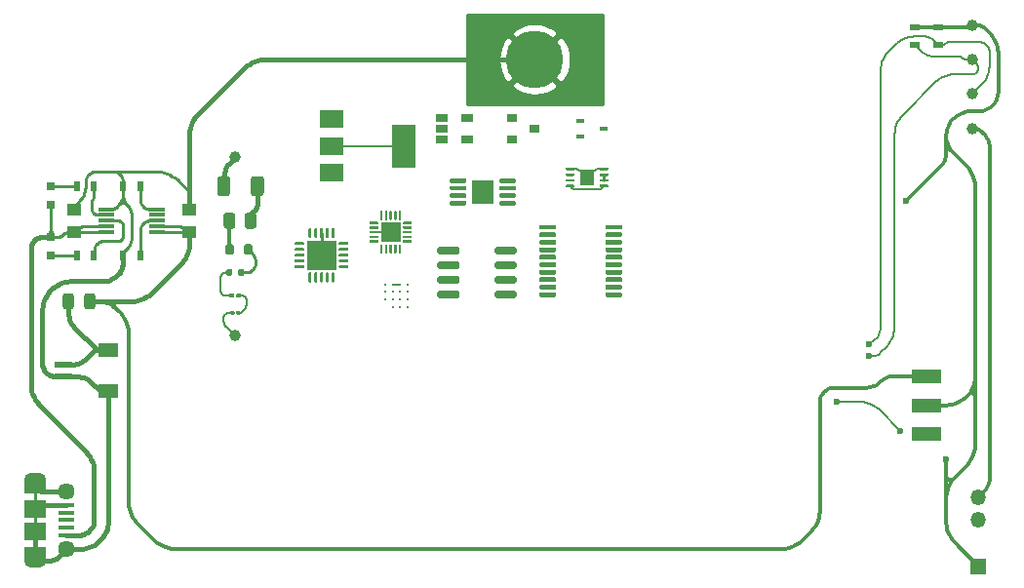
<source format=gbr>
%TF.GenerationSoftware,KiCad,Pcbnew,(5.1.10)-1*%
%TF.CreationDate,2022-05-02T21:14:27-07:00*%
%TF.ProjectId,project,70726f6a-6563-4742-9e6b-696361645f70,0.0*%
%TF.SameCoordinates,Original*%
%TF.FileFunction,Copper,L2,Bot*%
%TF.FilePolarity,Positive*%
%FSLAX46Y46*%
G04 Gerber Fmt 4.6, Leading zero omitted, Abs format (unit mm)*
G04 Created by KiCad (PCBNEW (5.1.10)-1) date 2022-05-02 21:14:27*
%MOMM*%
%LPD*%
G01*
G04 APERTURE LIST*
%TA.AperFunction,ComponentPad*%
%ADD10O,1.350000X1.350000*%
%TD*%
%TA.AperFunction,ComponentPad*%
%ADD11R,1.350000X1.350000*%
%TD*%
%TA.AperFunction,SMDPad,CuDef*%
%ADD12C,5.000000*%
%TD*%
%TA.AperFunction,SMDPad,CuDef*%
%ADD13R,1.400000X0.300000*%
%TD*%
%TA.AperFunction,SMDPad,CuDef*%
%ADD14R,2.500000X1.200000*%
%TD*%
%TA.AperFunction,SMDPad,CuDef*%
%ADD15R,1.250000X1.000000*%
%TD*%
%TA.AperFunction,SMDPad,CuDef*%
%ADD16R,1.900000X1.500000*%
%TD*%
%TA.AperFunction,ComponentPad*%
%ADD17C,1.450000*%
%TD*%
%TA.AperFunction,SMDPad,CuDef*%
%ADD18R,1.350000X0.400000*%
%TD*%
%TA.AperFunction,ComponentPad*%
%ADD19O,1.900000X1.200000*%
%TD*%
%TA.AperFunction,SMDPad,CuDef*%
%ADD20R,1.900000X1.200000*%
%TD*%
%TA.AperFunction,SMDPad,CuDef*%
%ADD21R,0.800000X0.800000*%
%TD*%
%TA.AperFunction,SMDPad,CuDef*%
%ADD22R,0.500000X0.900000*%
%TD*%
%TA.AperFunction,SMDPad,CuDef*%
%ADD23R,1.550000X0.600000*%
%TD*%
%TA.AperFunction,SMDPad,CuDef*%
%ADD24R,1.800000X1.200000*%
%TD*%
%TA.AperFunction,SMDPad,CuDef*%
%ADD25C,1.000000*%
%TD*%
%TA.AperFunction,SMDPad,CuDef*%
%ADD26R,0.900000X0.800000*%
%TD*%
%TA.AperFunction,SMDPad,CuDef*%
%ADD27R,0.700000X0.450000*%
%TD*%
%TA.AperFunction,SMDPad,CuDef*%
%ADD28R,2.000000X3.800000*%
%TD*%
%TA.AperFunction,SMDPad,CuDef*%
%ADD29R,2.000000X1.500000*%
%TD*%
%TA.AperFunction,SMDPad,CuDef*%
%ADD30C,0.100000*%
%TD*%
%TA.AperFunction,SMDPad,CuDef*%
%ADD31R,1.700000X1.700000*%
%TD*%
%TA.AperFunction,SMDPad,CuDef*%
%ADD32C,0.250000*%
%TD*%
%TA.AperFunction,SMDPad,CuDef*%
%ADD33R,2.600000X2.600000*%
%TD*%
%TA.AperFunction,SMDPad,CuDef*%
%ADD34R,1.060000X0.650000*%
%TD*%
%TA.AperFunction,SMDPad,CuDef*%
%ADD35R,1.300000X1.400000*%
%TD*%
%TA.AperFunction,SMDPad,CuDef*%
%ADD36R,1.950000X2.150000*%
%TD*%
%TA.AperFunction,SMDPad,CuDef*%
%ADD37R,0.900000X0.500000*%
%TD*%
%TA.AperFunction,ViaPad*%
%ADD38C,0.600000*%
%TD*%
%TA.AperFunction,Conductor*%
%ADD39C,0.406400*%
%TD*%
%TA.AperFunction,Conductor*%
%ADD40C,0.254000*%
%TD*%
%TA.AperFunction,Conductor*%
%ADD41C,0.304800*%
%TD*%
%TA.AperFunction,Conductor*%
%ADD42C,0.200000*%
%TD*%
%TA.AperFunction,Conductor*%
%ADD43C,0.100000*%
%TD*%
G04 APERTURE END LIST*
D10*
%TO.P,J3,4*%
%TO.N,GND*%
X190774000Y-110219000D03*
%TO.P,J3,3*%
%TO.N,Net-(J3-Pad3)*%
X190774000Y-112219000D03*
D11*
%TO.P,J3,1*%
%TO.N,VCC*%
X190774000Y-116219000D03*
%TD*%
D12*
%TO.P,J4,1*%
%TO.N,GND*%
X152274000Y-72219000D03*
%TD*%
%TO.P,F1,1*%
%TO.N,+BATT*%
%TA.AperFunction,SMDPad,CuDef*%
G36*
G01*
X114136500Y-92762750D02*
X114136500Y-93675250D01*
G75*
G02*
X113892750Y-93919000I-243750J0D01*
G01*
X113405250Y-93919000D01*
G75*
G02*
X113161500Y-93675250I0J243750D01*
G01*
X113161500Y-92762750D01*
G75*
G02*
X113405250Y-92519000I243750J0D01*
G01*
X113892750Y-92519000D01*
G75*
G02*
X114136500Y-92762750I0J-243750D01*
G01*
G37*
%TD.AperFunction*%
%TO.P,F1,2*%
%TO.N,Net-(F1-Pad2)*%
%TA.AperFunction,SMDPad,CuDef*%
G36*
G01*
X112261500Y-92762750D02*
X112261500Y-93675250D01*
G75*
G02*
X112017750Y-93919000I-243750J0D01*
G01*
X111530250Y-93919000D01*
G75*
G02*
X111286500Y-93675250I0J243750D01*
G01*
X111286500Y-92762750D01*
G75*
G02*
X111530250Y-92519000I243750J0D01*
G01*
X112017750Y-92519000D01*
G75*
G02*
X112261500Y-92762750I0J-243750D01*
G01*
G37*
%TD.AperFunction*%
%TD*%
D13*
%TO.P,U2,10*%
%TO.N,+BATT*%
X119474000Y-87219000D03*
%TO.P,U2,9*%
X119474000Y-86719000D03*
%TO.P,U2,8*%
%TO.N,Net-(RP2-Pad1)*%
X119474000Y-86219000D03*
%TO.P,U2,7*%
%TO.N,N/C*%
X119474000Y-85719000D03*
%TO.P,U2,6*%
%TO.N,Net-(RP1-Pad1)*%
X119474000Y-85219000D03*
%TO.P,U2,5*%
%TO.N,GND*%
X115074000Y-85219000D03*
%TO.P,U2,4*%
%TO.N,Net-(RL2-Pad1)*%
X115074000Y-85719000D03*
%TO.P,U2,3*%
%TO.N,Net-(RL1-Pad1)*%
X115074000Y-86219000D03*
%TO.P,U2,2*%
%TO.N,VBUS*%
X115074000Y-86719000D03*
%TO.P,U2,1*%
X115074000Y-87219000D03*
%TD*%
D14*
%TO.P,SW1,1*%
%TO.N,+BATT*%
X186274000Y-99719000D03*
%TO.P,SW1,2*%
%TO.N,VCC*%
X186274000Y-102259000D03*
%TO.P,SW1,3*%
%TO.N,N/C*%
X186274000Y-104719000D03*
%TD*%
D15*
%TO.P,C3,1*%
%TO.N,VBUS*%
X112274000Y-87219000D03*
%TO.P,C3,2*%
%TO.N,GND*%
X112274000Y-85219000D03*
%TD*%
%TO.P,C4,2*%
%TO.N,GND*%
X122274000Y-85219000D03*
%TO.P,C4,1*%
%TO.N,+BATT*%
X122274000Y-87219000D03*
%TD*%
D16*
%TO.P,J1,6*%
%TO.N,GND*%
X108924000Y-111219000D03*
D17*
X111624000Y-114719000D03*
D18*
%TO.P,J1,2*%
%TO.N,N/C*%
X111624000Y-112869000D03*
%TO.P,J1,1*%
%TO.N,VBUS*%
X111624000Y-113519000D03*
%TO.P,J1,5*%
%TO.N,GND*%
X111624000Y-110919000D03*
%TO.P,J1,4*%
%TO.N,N/C*%
X111624000Y-111569000D03*
%TO.P,J1,3*%
X111624000Y-112219000D03*
D17*
%TO.P,J1,6*%
%TO.N,GND*%
X111624000Y-109719000D03*
D16*
X108924000Y-113219000D03*
D19*
X108924000Y-115719000D03*
X108924000Y-108719000D03*
D20*
X108924000Y-109319000D03*
X108924000Y-115119000D03*
%TD*%
D21*
%TO.P,DL1,1*%
%TO.N,Net-(DL1-Pad1)*%
X110274000Y-89219000D03*
%TO.P,DL1,2*%
%TO.N,VBUS*%
X110274000Y-87619000D03*
%TD*%
%TO.P,DL2,1*%
%TO.N,Net-(DL2-Pad1)*%
X110274000Y-83219000D03*
%TO.P,DL2,2*%
%TO.N,VBUS*%
X110274000Y-84819000D03*
%TD*%
D22*
%TO.P,RL1,2*%
%TO.N,Net-(DL1-Pad1)*%
X112524000Y-89219000D03*
%TO.P,RL1,1*%
%TO.N,Net-(RL1-Pad1)*%
X114024000Y-89219000D03*
%TD*%
%TO.P,RL2,1*%
%TO.N,Net-(RL2-Pad1)*%
X114024000Y-83219000D03*
%TO.P,RL2,2*%
%TO.N,Net-(DL2-Pad1)*%
X112524000Y-83219000D03*
%TD*%
%TO.P,RP1,2*%
%TO.N,GND*%
X116524000Y-83219000D03*
%TO.P,RP1,1*%
%TO.N,Net-(RP1-Pad1)*%
X118024000Y-83219000D03*
%TD*%
%TO.P,RP2,1*%
%TO.N,Net-(RP2-Pad1)*%
X118024000Y-89219000D03*
%TO.P,RP2,2*%
%TO.N,GND*%
X116524000Y-89219000D03*
%TD*%
D23*
%TO.P,J2,1*%
%TO.N,Net-(F1-Pad2)*%
X111336500Y-98719000D03*
%TO.P,J2,2*%
%TO.N,GND*%
X111336500Y-99719000D03*
D24*
%TO.P,J2,1*%
%TO.N,Net-(F1-Pad2)*%
X115211500Y-97419000D03*
%TO.P,J2,2*%
%TO.N,GND*%
X115211500Y-101019000D03*
%TD*%
%TO.P,R19,1*%
%TO.N,Net-(R19-Pad1)*%
%TA.AperFunction,SMDPad,CuDef*%
G36*
G01*
X125494000Y-90904000D02*
X125494000Y-90534000D01*
G75*
G02*
X125629000Y-90399000I135000J0D01*
G01*
X125899000Y-90399000D01*
G75*
G02*
X126034000Y-90534000I0J-135000D01*
G01*
X126034000Y-90904000D01*
G75*
G02*
X125899000Y-91039000I-135000J0D01*
G01*
X125629000Y-91039000D01*
G75*
G02*
X125494000Y-90904000I0J135000D01*
G01*
G37*
%TD.AperFunction*%
%TO.P,R19,2*%
%TO.N,Net-(R17-Pad2)*%
%TA.AperFunction,SMDPad,CuDef*%
G36*
G01*
X126514000Y-90904000D02*
X126514000Y-90534000D01*
G75*
G02*
X126649000Y-90399000I135000J0D01*
G01*
X126919000Y-90399000D01*
G75*
G02*
X127054000Y-90534000I0J-135000D01*
G01*
X127054000Y-90904000D01*
G75*
G02*
X126919000Y-91039000I-135000J0D01*
G01*
X126649000Y-91039000D01*
G75*
G02*
X126514000Y-90904000I0J135000D01*
G01*
G37*
%TD.AperFunction*%
%TD*%
%TO.P,R21,1*%
%TO.N,Net-(R17-Pad1)*%
%TA.AperFunction,SMDPad,CuDef*%
G36*
G01*
X125261500Y-86669002D02*
X125261500Y-85768998D01*
G75*
G02*
X125511498Y-85519000I249998J0D01*
G01*
X126036502Y-85519000D01*
G75*
G02*
X126286500Y-85768998I0J-249998D01*
G01*
X126286500Y-86669002D01*
G75*
G02*
X126036502Y-86919000I-249998J0D01*
G01*
X125511498Y-86919000D01*
G75*
G02*
X125261500Y-86669002I0J249998D01*
G01*
G37*
%TD.AperFunction*%
%TO.P,R21,2*%
%TO.N,Net-(R21-Pad2)*%
%TA.AperFunction,SMDPad,CuDef*%
G36*
G01*
X127086500Y-86669002D02*
X127086500Y-85768998D01*
G75*
G02*
X127336498Y-85519000I249998J0D01*
G01*
X127861502Y-85519000D01*
G75*
G02*
X128111500Y-85768998I0J-249998D01*
G01*
X128111500Y-86669002D01*
G75*
G02*
X127861502Y-86919000I-249998J0D01*
G01*
X127336498Y-86919000D01*
G75*
G02*
X127086500Y-86669002I0J249998D01*
G01*
G37*
%TD.AperFunction*%
%TD*%
%TO.P,R22,1*%
%TO.N,Net-(R19-Pad1)*%
%TA.AperFunction,SMDPad,CuDef*%
G36*
G01*
X125724000Y-92819000D02*
X125724000Y-92619000D01*
G75*
G02*
X125824000Y-92519000I100000J0D01*
G01*
X126084000Y-92519000D01*
G75*
G02*
X126184000Y-92619000I0J-100000D01*
G01*
X126184000Y-92819000D01*
G75*
G02*
X126084000Y-92919000I-100000J0D01*
G01*
X125824000Y-92919000D01*
G75*
G02*
X125724000Y-92819000I0J100000D01*
G01*
G37*
%TD.AperFunction*%
%TO.P,R22,2*%
%TO.N,Net-(R22-Pad2)*%
%TA.AperFunction,SMDPad,CuDef*%
G36*
G01*
X126364000Y-92819000D02*
X126364000Y-92619000D01*
G75*
G02*
X126464000Y-92519000I100000J0D01*
G01*
X126724000Y-92519000D01*
G75*
G02*
X126824000Y-92619000I0J-100000D01*
G01*
X126824000Y-92819000D01*
G75*
G02*
X126724000Y-92919000I-100000J0D01*
G01*
X126464000Y-92919000D01*
G75*
G02*
X126364000Y-92819000I0J100000D01*
G01*
G37*
%TD.AperFunction*%
%TD*%
%TO.P,R33,1*%
%TO.N,Net-(R33-Pad1)*%
%TA.AperFunction,SMDPad,CuDef*%
G36*
G01*
X124711500Y-83844002D02*
X124711500Y-82593998D01*
G75*
G02*
X124961498Y-82344000I249998J0D01*
G01*
X125586502Y-82344000D01*
G75*
G02*
X125836500Y-82593998I0J-249998D01*
G01*
X125836500Y-83844002D01*
G75*
G02*
X125586502Y-84094000I-249998J0D01*
G01*
X124961498Y-84094000D01*
G75*
G02*
X124711500Y-83844002I0J249998D01*
G01*
G37*
%TD.AperFunction*%
%TO.P,R33,2*%
%TO.N,Net-(R21-Pad2)*%
%TA.AperFunction,SMDPad,CuDef*%
G36*
G01*
X127636500Y-83844002D02*
X127636500Y-82593998D01*
G75*
G02*
X127886498Y-82344000I249998J0D01*
G01*
X128511502Y-82344000D01*
G75*
G02*
X128761500Y-82593998I0J-249998D01*
G01*
X128761500Y-83844002D01*
G75*
G02*
X128511502Y-84094000I-249998J0D01*
G01*
X127886498Y-84094000D01*
G75*
G02*
X127636500Y-83844002I0J249998D01*
G01*
G37*
%TD.AperFunction*%
%TD*%
%TO.P,R8,1*%
%TO.N,Net-(R8-Pad1)*%
%TA.AperFunction,SMDPad,CuDef*%
G36*
G01*
X125824000Y-94294000D02*
X125824000Y-94144000D01*
G75*
G02*
X125899000Y-94069000I75000J0D01*
G01*
X126149000Y-94069000D01*
G75*
G02*
X126224000Y-94144000I0J-75000D01*
G01*
X126224000Y-94294000D01*
G75*
G02*
X126149000Y-94369000I-75000J0D01*
G01*
X125899000Y-94369000D01*
G75*
G02*
X125824000Y-94294000I0J75000D01*
G01*
G37*
%TD.AperFunction*%
%TO.P,R8,2*%
%TO.N,Net-(R22-Pad2)*%
%TA.AperFunction,SMDPad,CuDef*%
G36*
G01*
X126324000Y-94294000D02*
X126324000Y-94144000D01*
G75*
G02*
X126399000Y-94069000I75000J0D01*
G01*
X126649000Y-94069000D01*
G75*
G02*
X126724000Y-94144000I0J-75000D01*
G01*
X126724000Y-94294000D01*
G75*
G02*
X126649000Y-94369000I-75000J0D01*
G01*
X126399000Y-94369000D01*
G75*
G02*
X126324000Y-94294000I0J75000D01*
G01*
G37*
%TD.AperFunction*%
%TD*%
%TO.P,R17,1*%
%TO.N,Net-(R17-Pad1)*%
%TA.AperFunction,SMDPad,CuDef*%
G36*
G01*
X125374000Y-88994000D02*
X125374000Y-88444000D01*
G75*
G02*
X125574000Y-88244000I200000J0D01*
G01*
X125974000Y-88244000D01*
G75*
G02*
X126174000Y-88444000I0J-200000D01*
G01*
X126174000Y-88994000D01*
G75*
G02*
X125974000Y-89194000I-200000J0D01*
G01*
X125574000Y-89194000D01*
G75*
G02*
X125374000Y-88994000I0J200000D01*
G01*
G37*
%TD.AperFunction*%
%TO.P,R17,2*%
%TO.N,Net-(R17-Pad2)*%
%TA.AperFunction,SMDPad,CuDef*%
G36*
G01*
X127024000Y-88994000D02*
X127024000Y-88444000D01*
G75*
G02*
X127224000Y-88244000I200000J0D01*
G01*
X127624000Y-88244000D01*
G75*
G02*
X127824000Y-88444000I0J-200000D01*
G01*
X127824000Y-88994000D01*
G75*
G02*
X127624000Y-89194000I-200000J0D01*
G01*
X127224000Y-89194000D01*
G75*
G02*
X127024000Y-88994000I0J200000D01*
G01*
G37*
%TD.AperFunction*%
%TD*%
D25*
%TO.P,TP1,1*%
%TO.N,Net-(R8-Pad1)*%
X126274000Y-96219000D03*
%TD*%
%TO.P,TP2,1*%
%TO.N,Net-(R33-Pad1)*%
X126274000Y-80719000D03*
%TD*%
D26*
%TO.P,Q1,1*%
%TO.N,N/C*%
X150274000Y-79169000D03*
%TO.P,Q1,2*%
X150274000Y-77269000D03*
%TO.P,Q1,3*%
X152274000Y-78219000D03*
%TD*%
D27*
%TO.P,Q2,1*%
%TO.N,N/C*%
X156274000Y-78869000D03*
%TO.P,Q2,2*%
X156274000Y-77569000D03*
%TO.P,Q2,3*%
X158274000Y-78219000D03*
%TD*%
D28*
%TO.P,Q3,4*%
%TO.N,Net-(Q3-Pad2)*%
X140924000Y-79719000D03*
D29*
%TO.P,Q3,2*%
X134624000Y-79719000D03*
%TO.P,Q3,3*%
%TO.N,N/C*%
X134624000Y-77419000D03*
%TO.P,Q3,1*%
X134624000Y-82019000D03*
%TD*%
%TA.AperFunction,SMDPad,CuDef*%
D30*
%TO.P,U3,1*%
%TO.N,N/C*%
G36*
X138683755Y-87919961D02*
G01*
X138693134Y-87922806D01*
X138701779Y-87927427D01*
X138709355Y-87933645D01*
X138715573Y-87941221D01*
X138720194Y-87949866D01*
X138723039Y-87959245D01*
X138724000Y-87969000D01*
X138724000Y-88018289D01*
X138723039Y-88028044D01*
X138720194Y-88037423D01*
X138715573Y-88046068D01*
X138709355Y-88053644D01*
X138658644Y-88104355D01*
X138651068Y-88110573D01*
X138642423Y-88115194D01*
X138633044Y-88118039D01*
X138623289Y-88119000D01*
X137974000Y-88119000D01*
X137964245Y-88118039D01*
X137954866Y-88115194D01*
X137946221Y-88110573D01*
X137938645Y-88104355D01*
X137932427Y-88096779D01*
X137927806Y-88088134D01*
X137924961Y-88078755D01*
X137924000Y-88069000D01*
X137924000Y-87969000D01*
X137924961Y-87959245D01*
X137927806Y-87949866D01*
X137932427Y-87941221D01*
X137938645Y-87933645D01*
X137946221Y-87927427D01*
X137954866Y-87922806D01*
X137964245Y-87919961D01*
X137974000Y-87919000D01*
X138674000Y-87919000D01*
X138683755Y-87919961D01*
G37*
%TD.AperFunction*%
%TO.P,U3,2*%
%TA.AperFunction,SMDPad,CuDef*%
G36*
G01*
X137924000Y-87669000D02*
X137924000Y-87569000D01*
G75*
G02*
X137974000Y-87519000I50000J0D01*
G01*
X138674000Y-87519000D01*
G75*
G02*
X138724000Y-87569000I0J-50000D01*
G01*
X138724000Y-87669000D01*
G75*
G02*
X138674000Y-87719000I-50000J0D01*
G01*
X137974000Y-87719000D01*
G75*
G02*
X137924000Y-87669000I0J50000D01*
G01*
G37*
%TD.AperFunction*%
%TO.P,U3,3*%
%TO.N,Net-(U3-Pad21)*%
%TA.AperFunction,SMDPad,CuDef*%
G36*
G01*
X137924000Y-87269000D02*
X137924000Y-87169000D01*
G75*
G02*
X137974000Y-87119000I50000J0D01*
G01*
X138674000Y-87119000D01*
G75*
G02*
X138724000Y-87169000I0J-50000D01*
G01*
X138724000Y-87269000D01*
G75*
G02*
X138674000Y-87319000I-50000J0D01*
G01*
X137974000Y-87319000D01*
G75*
G02*
X137924000Y-87269000I0J50000D01*
G01*
G37*
%TD.AperFunction*%
%TO.P,U3,4*%
%TO.N,N/C*%
%TA.AperFunction,SMDPad,CuDef*%
G36*
G01*
X137924000Y-86869000D02*
X137924000Y-86769000D01*
G75*
G02*
X137974000Y-86719000I50000J0D01*
G01*
X138674000Y-86719000D01*
G75*
G02*
X138724000Y-86769000I0J-50000D01*
G01*
X138724000Y-86869000D01*
G75*
G02*
X138674000Y-86919000I-50000J0D01*
G01*
X137974000Y-86919000D01*
G75*
G02*
X137924000Y-86869000I0J50000D01*
G01*
G37*
%TD.AperFunction*%
%TA.AperFunction,SMDPad,CuDef*%
%TO.P,U3,5*%
G36*
X138633044Y-86319961D02*
G01*
X138642423Y-86322806D01*
X138651068Y-86327427D01*
X138658644Y-86333645D01*
X138709355Y-86384356D01*
X138715573Y-86391932D01*
X138720194Y-86400577D01*
X138723039Y-86409956D01*
X138724000Y-86419711D01*
X138724000Y-86469000D01*
X138723039Y-86478755D01*
X138720194Y-86488134D01*
X138715573Y-86496779D01*
X138709355Y-86504355D01*
X138701779Y-86510573D01*
X138693134Y-86515194D01*
X138683755Y-86518039D01*
X138674000Y-86519000D01*
X137974000Y-86519000D01*
X137964245Y-86518039D01*
X137954866Y-86515194D01*
X137946221Y-86510573D01*
X137938645Y-86504355D01*
X137932427Y-86496779D01*
X137927806Y-86488134D01*
X137924961Y-86478755D01*
X137924000Y-86469000D01*
X137924000Y-86369000D01*
X137924961Y-86359245D01*
X137927806Y-86349866D01*
X137932427Y-86341221D01*
X137938645Y-86333645D01*
X137946221Y-86327427D01*
X137954866Y-86322806D01*
X137964245Y-86319961D01*
X137974000Y-86319000D01*
X138623289Y-86319000D01*
X138633044Y-86319961D01*
G37*
%TD.AperFunction*%
%TA.AperFunction,SMDPad,CuDef*%
%TO.P,U3,6*%
G36*
X139033755Y-85369961D02*
G01*
X139043134Y-85372806D01*
X139051779Y-85377427D01*
X139059355Y-85383645D01*
X139065573Y-85391221D01*
X139070194Y-85399866D01*
X139073039Y-85409245D01*
X139074000Y-85419000D01*
X139074000Y-86119000D01*
X139073039Y-86128755D01*
X139070194Y-86138134D01*
X139065573Y-86146779D01*
X139059355Y-86154355D01*
X139051779Y-86160573D01*
X139043134Y-86165194D01*
X139033755Y-86168039D01*
X139024000Y-86169000D01*
X138974711Y-86169000D01*
X138964956Y-86168039D01*
X138955577Y-86165194D01*
X138946932Y-86160573D01*
X138939356Y-86154355D01*
X138888645Y-86103644D01*
X138882427Y-86096068D01*
X138877806Y-86087423D01*
X138874961Y-86078044D01*
X138874000Y-86068289D01*
X138874000Y-85419000D01*
X138874961Y-85409245D01*
X138877806Y-85399866D01*
X138882427Y-85391221D01*
X138888645Y-85383645D01*
X138896221Y-85377427D01*
X138904866Y-85372806D01*
X138914245Y-85369961D01*
X138924000Y-85369000D01*
X139024000Y-85369000D01*
X139033755Y-85369961D01*
G37*
%TD.AperFunction*%
%TO.P,U3,7*%
%TA.AperFunction,SMDPad,CuDef*%
G36*
G01*
X139274000Y-86119000D02*
X139274000Y-85419000D01*
G75*
G02*
X139324000Y-85369000I50000J0D01*
G01*
X139424000Y-85369000D01*
G75*
G02*
X139474000Y-85419000I0J-50000D01*
G01*
X139474000Y-86119000D01*
G75*
G02*
X139424000Y-86169000I-50000J0D01*
G01*
X139324000Y-86169000D01*
G75*
G02*
X139274000Y-86119000I0J50000D01*
G01*
G37*
%TD.AperFunction*%
%TO.P,U3,8*%
%TA.AperFunction,SMDPad,CuDef*%
G36*
G01*
X139674000Y-86119000D02*
X139674000Y-85419000D01*
G75*
G02*
X139724000Y-85369000I50000J0D01*
G01*
X139824000Y-85369000D01*
G75*
G02*
X139874000Y-85419000I0J-50000D01*
G01*
X139874000Y-86119000D01*
G75*
G02*
X139824000Y-86169000I-50000J0D01*
G01*
X139724000Y-86169000D01*
G75*
G02*
X139674000Y-86119000I0J50000D01*
G01*
G37*
%TD.AperFunction*%
%TO.P,U3,9*%
%TA.AperFunction,SMDPad,CuDef*%
G36*
G01*
X140074000Y-86119000D02*
X140074000Y-85419000D01*
G75*
G02*
X140124000Y-85369000I50000J0D01*
G01*
X140224000Y-85369000D01*
G75*
G02*
X140274000Y-85419000I0J-50000D01*
G01*
X140274000Y-86119000D01*
G75*
G02*
X140224000Y-86169000I-50000J0D01*
G01*
X140124000Y-86169000D01*
G75*
G02*
X140074000Y-86119000I0J50000D01*
G01*
G37*
%TD.AperFunction*%
%TA.AperFunction,SMDPad,CuDef*%
%TO.P,U3,10*%
G36*
X140633755Y-85369961D02*
G01*
X140643134Y-85372806D01*
X140651779Y-85377427D01*
X140659355Y-85383645D01*
X140665573Y-85391221D01*
X140670194Y-85399866D01*
X140673039Y-85409245D01*
X140674000Y-85419000D01*
X140674000Y-86068289D01*
X140673039Y-86078044D01*
X140670194Y-86087423D01*
X140665573Y-86096068D01*
X140659355Y-86103644D01*
X140608644Y-86154355D01*
X140601068Y-86160573D01*
X140592423Y-86165194D01*
X140583044Y-86168039D01*
X140573289Y-86169000D01*
X140524000Y-86169000D01*
X140514245Y-86168039D01*
X140504866Y-86165194D01*
X140496221Y-86160573D01*
X140488645Y-86154355D01*
X140482427Y-86146779D01*
X140477806Y-86138134D01*
X140474961Y-86128755D01*
X140474000Y-86119000D01*
X140474000Y-85419000D01*
X140474961Y-85409245D01*
X140477806Y-85399866D01*
X140482427Y-85391221D01*
X140488645Y-85383645D01*
X140496221Y-85377427D01*
X140504866Y-85372806D01*
X140514245Y-85369961D01*
X140524000Y-85369000D01*
X140624000Y-85369000D01*
X140633755Y-85369961D01*
G37*
%TD.AperFunction*%
%TA.AperFunction,SMDPad,CuDef*%
%TO.P,U3,11*%
G36*
X141583755Y-86319961D02*
G01*
X141593134Y-86322806D01*
X141601779Y-86327427D01*
X141609355Y-86333645D01*
X141615573Y-86341221D01*
X141620194Y-86349866D01*
X141623039Y-86359245D01*
X141624000Y-86369000D01*
X141624000Y-86469000D01*
X141623039Y-86478755D01*
X141620194Y-86488134D01*
X141615573Y-86496779D01*
X141609355Y-86504355D01*
X141601779Y-86510573D01*
X141593134Y-86515194D01*
X141583755Y-86518039D01*
X141574000Y-86519000D01*
X140874000Y-86519000D01*
X140864245Y-86518039D01*
X140854866Y-86515194D01*
X140846221Y-86510573D01*
X140838645Y-86504355D01*
X140832427Y-86496779D01*
X140827806Y-86488134D01*
X140824961Y-86478755D01*
X140824000Y-86469000D01*
X140824000Y-86419711D01*
X140824961Y-86409956D01*
X140827806Y-86400577D01*
X140832427Y-86391932D01*
X140838645Y-86384356D01*
X140889356Y-86333645D01*
X140896932Y-86327427D01*
X140905577Y-86322806D01*
X140914956Y-86319961D01*
X140924711Y-86319000D01*
X141574000Y-86319000D01*
X141583755Y-86319961D01*
G37*
%TD.AperFunction*%
%TO.P,U3,12*%
%TA.AperFunction,SMDPad,CuDef*%
G36*
G01*
X140824000Y-86869000D02*
X140824000Y-86769000D01*
G75*
G02*
X140874000Y-86719000I50000J0D01*
G01*
X141574000Y-86719000D01*
G75*
G02*
X141624000Y-86769000I0J-50000D01*
G01*
X141624000Y-86869000D01*
G75*
G02*
X141574000Y-86919000I-50000J0D01*
G01*
X140874000Y-86919000D01*
G75*
G02*
X140824000Y-86869000I0J50000D01*
G01*
G37*
%TD.AperFunction*%
%TO.P,U3,13*%
%TA.AperFunction,SMDPad,CuDef*%
G36*
G01*
X140824000Y-87269000D02*
X140824000Y-87169000D01*
G75*
G02*
X140874000Y-87119000I50000J0D01*
G01*
X141574000Y-87119000D01*
G75*
G02*
X141624000Y-87169000I0J-50000D01*
G01*
X141624000Y-87269000D01*
G75*
G02*
X141574000Y-87319000I-50000J0D01*
G01*
X140874000Y-87319000D01*
G75*
G02*
X140824000Y-87269000I0J50000D01*
G01*
G37*
%TD.AperFunction*%
%TO.P,U3,14*%
%TA.AperFunction,SMDPad,CuDef*%
G36*
G01*
X140824000Y-87669000D02*
X140824000Y-87569000D01*
G75*
G02*
X140874000Y-87519000I50000J0D01*
G01*
X141574000Y-87519000D01*
G75*
G02*
X141624000Y-87569000I0J-50000D01*
G01*
X141624000Y-87669000D01*
G75*
G02*
X141574000Y-87719000I-50000J0D01*
G01*
X140874000Y-87719000D01*
G75*
G02*
X140824000Y-87669000I0J50000D01*
G01*
G37*
%TD.AperFunction*%
%TA.AperFunction,SMDPad,CuDef*%
%TO.P,U3,15*%
G36*
X141583755Y-87919961D02*
G01*
X141593134Y-87922806D01*
X141601779Y-87927427D01*
X141609355Y-87933645D01*
X141615573Y-87941221D01*
X141620194Y-87949866D01*
X141623039Y-87959245D01*
X141624000Y-87969000D01*
X141624000Y-88069000D01*
X141623039Y-88078755D01*
X141620194Y-88088134D01*
X141615573Y-88096779D01*
X141609355Y-88104355D01*
X141601779Y-88110573D01*
X141593134Y-88115194D01*
X141583755Y-88118039D01*
X141574000Y-88119000D01*
X140924711Y-88119000D01*
X140914956Y-88118039D01*
X140905577Y-88115194D01*
X140896932Y-88110573D01*
X140889356Y-88104355D01*
X140838645Y-88053644D01*
X140832427Y-88046068D01*
X140827806Y-88037423D01*
X140824961Y-88028044D01*
X140824000Y-88018289D01*
X140824000Y-87969000D01*
X140824961Y-87959245D01*
X140827806Y-87949866D01*
X140832427Y-87941221D01*
X140838645Y-87933645D01*
X140846221Y-87927427D01*
X140854866Y-87922806D01*
X140864245Y-87919961D01*
X140874000Y-87919000D01*
X141574000Y-87919000D01*
X141583755Y-87919961D01*
G37*
%TD.AperFunction*%
%TA.AperFunction,SMDPad,CuDef*%
%TO.P,U3,16*%
G36*
X140583044Y-88269961D02*
G01*
X140592423Y-88272806D01*
X140601068Y-88277427D01*
X140608644Y-88283645D01*
X140659355Y-88334356D01*
X140665573Y-88341932D01*
X140670194Y-88350577D01*
X140673039Y-88359956D01*
X140674000Y-88369711D01*
X140674000Y-89019000D01*
X140673039Y-89028755D01*
X140670194Y-89038134D01*
X140665573Y-89046779D01*
X140659355Y-89054355D01*
X140651779Y-89060573D01*
X140643134Y-89065194D01*
X140633755Y-89068039D01*
X140624000Y-89069000D01*
X140524000Y-89069000D01*
X140514245Y-89068039D01*
X140504866Y-89065194D01*
X140496221Y-89060573D01*
X140488645Y-89054355D01*
X140482427Y-89046779D01*
X140477806Y-89038134D01*
X140474961Y-89028755D01*
X140474000Y-89019000D01*
X140474000Y-88319000D01*
X140474961Y-88309245D01*
X140477806Y-88299866D01*
X140482427Y-88291221D01*
X140488645Y-88283645D01*
X140496221Y-88277427D01*
X140504866Y-88272806D01*
X140514245Y-88269961D01*
X140524000Y-88269000D01*
X140573289Y-88269000D01*
X140583044Y-88269961D01*
G37*
%TD.AperFunction*%
%TO.P,U3,17*%
%TA.AperFunction,SMDPad,CuDef*%
G36*
G01*
X140074000Y-89019000D02*
X140074000Y-88319000D01*
G75*
G02*
X140124000Y-88269000I50000J0D01*
G01*
X140224000Y-88269000D01*
G75*
G02*
X140274000Y-88319000I0J-50000D01*
G01*
X140274000Y-89019000D01*
G75*
G02*
X140224000Y-89069000I-50000J0D01*
G01*
X140124000Y-89069000D01*
G75*
G02*
X140074000Y-89019000I0J50000D01*
G01*
G37*
%TD.AperFunction*%
%TO.P,U3,18*%
%TA.AperFunction,SMDPad,CuDef*%
G36*
G01*
X139674000Y-89019000D02*
X139674000Y-88319000D01*
G75*
G02*
X139724000Y-88269000I50000J0D01*
G01*
X139824000Y-88269000D01*
G75*
G02*
X139874000Y-88319000I0J-50000D01*
G01*
X139874000Y-89019000D01*
G75*
G02*
X139824000Y-89069000I-50000J0D01*
G01*
X139724000Y-89069000D01*
G75*
G02*
X139674000Y-89019000I0J50000D01*
G01*
G37*
%TD.AperFunction*%
%TO.P,U3,19*%
%TA.AperFunction,SMDPad,CuDef*%
G36*
G01*
X139274000Y-89019000D02*
X139274000Y-88319000D01*
G75*
G02*
X139324000Y-88269000I50000J0D01*
G01*
X139424000Y-88269000D01*
G75*
G02*
X139474000Y-88319000I0J-50000D01*
G01*
X139474000Y-89019000D01*
G75*
G02*
X139424000Y-89069000I-50000J0D01*
G01*
X139324000Y-89069000D01*
G75*
G02*
X139274000Y-89019000I0J50000D01*
G01*
G37*
%TD.AperFunction*%
%TA.AperFunction,SMDPad,CuDef*%
%TO.P,U3,20*%
G36*
X139033755Y-88269961D02*
G01*
X139043134Y-88272806D01*
X139051779Y-88277427D01*
X139059355Y-88283645D01*
X139065573Y-88291221D01*
X139070194Y-88299866D01*
X139073039Y-88309245D01*
X139074000Y-88319000D01*
X139074000Y-89019000D01*
X139073039Y-89028755D01*
X139070194Y-89038134D01*
X139065573Y-89046779D01*
X139059355Y-89054355D01*
X139051779Y-89060573D01*
X139043134Y-89065194D01*
X139033755Y-89068039D01*
X139024000Y-89069000D01*
X138924000Y-89069000D01*
X138914245Y-89068039D01*
X138904866Y-89065194D01*
X138896221Y-89060573D01*
X138888645Y-89054355D01*
X138882427Y-89046779D01*
X138877806Y-89038134D01*
X138874961Y-89028755D01*
X138874000Y-89019000D01*
X138874000Y-88369711D01*
X138874961Y-88359956D01*
X138877806Y-88350577D01*
X138882427Y-88341932D01*
X138888645Y-88334356D01*
X138939356Y-88283645D01*
X138946932Y-88277427D01*
X138955577Y-88272806D01*
X138964956Y-88269961D01*
X138974711Y-88269000D01*
X139024000Y-88269000D01*
X139033755Y-88269961D01*
G37*
%TD.AperFunction*%
D31*
%TO.P,U3,21*%
%TO.N,Net-(U3-Pad21)*%
X139774000Y-87219000D03*
%TD*%
D32*
%TO.P,U4,B1*%
%TO.N,N/C*%
X139299000Y-93044000D03*
%TO.P,U4,C1*%
X139299000Y-92394000D03*
%TO.P,U4,D1*%
X139299000Y-91744000D03*
%TO.P,U4,A2*%
X139949000Y-93694000D03*
%TO.P,U4,B2*%
X139949000Y-93044000D03*
%TO.P,U4,C2*%
X139949000Y-92394000D03*
%TO.P,U4,D2*%
%TO.N,Net-(U4-PadD2)*%
X139949000Y-91744000D03*
%TO.P,U4,A3*%
%TO.N,N/C*%
X140599000Y-93694000D03*
%TO.P,U4,B3*%
X140599000Y-93044000D03*
%TO.P,U4,C3*%
X140599000Y-92394000D03*
%TO.P,U4,D3*%
%TO.N,Net-(U4-PadD2)*%
X140599000Y-91744000D03*
%TO.P,U4,A4*%
%TO.N,N/C*%
X141249000Y-93694000D03*
%TO.P,U4,B4*%
X141249000Y-93044000D03*
%TO.P,U4,C4*%
X141249000Y-92394000D03*
%TO.P,U4,D4*%
X141249000Y-91744000D03*
%TD*%
%TO.P,U5,1*%
%TO.N,N/C*%
%TA.AperFunction,SMDPad,CuDef*%
G36*
G01*
X131424000Y-90281500D02*
X131424000Y-90156500D01*
G75*
G02*
X131486500Y-90094000I62500J0D01*
G01*
X132211500Y-90094000D01*
G75*
G02*
X132274000Y-90156500I0J-62500D01*
G01*
X132274000Y-90281500D01*
G75*
G02*
X132211500Y-90344000I-62500J0D01*
G01*
X131486500Y-90344000D01*
G75*
G02*
X131424000Y-90281500I0J62500D01*
G01*
G37*
%TD.AperFunction*%
%TO.P,U5,2*%
%TA.AperFunction,SMDPad,CuDef*%
G36*
G01*
X131424000Y-89781500D02*
X131424000Y-89656500D01*
G75*
G02*
X131486500Y-89594000I62500J0D01*
G01*
X132211500Y-89594000D01*
G75*
G02*
X132274000Y-89656500I0J-62500D01*
G01*
X132274000Y-89781500D01*
G75*
G02*
X132211500Y-89844000I-62500J0D01*
G01*
X131486500Y-89844000D01*
G75*
G02*
X131424000Y-89781500I0J62500D01*
G01*
G37*
%TD.AperFunction*%
%TO.P,U5,3*%
%TA.AperFunction,SMDPad,CuDef*%
G36*
G01*
X131424000Y-89281500D02*
X131424000Y-89156500D01*
G75*
G02*
X131486500Y-89094000I62500J0D01*
G01*
X132211500Y-89094000D01*
G75*
G02*
X132274000Y-89156500I0J-62500D01*
G01*
X132274000Y-89281500D01*
G75*
G02*
X132211500Y-89344000I-62500J0D01*
G01*
X131486500Y-89344000D01*
G75*
G02*
X131424000Y-89281500I0J62500D01*
G01*
G37*
%TD.AperFunction*%
%TO.P,U5,4*%
%TA.AperFunction,SMDPad,CuDef*%
G36*
G01*
X131424000Y-88781500D02*
X131424000Y-88656500D01*
G75*
G02*
X131486500Y-88594000I62500J0D01*
G01*
X132211500Y-88594000D01*
G75*
G02*
X132274000Y-88656500I0J-62500D01*
G01*
X132274000Y-88781500D01*
G75*
G02*
X132211500Y-88844000I-62500J0D01*
G01*
X131486500Y-88844000D01*
G75*
G02*
X131424000Y-88781500I0J62500D01*
G01*
G37*
%TD.AperFunction*%
%TO.P,U5,5*%
%TA.AperFunction,SMDPad,CuDef*%
G36*
G01*
X131424000Y-88281500D02*
X131424000Y-88156500D01*
G75*
G02*
X131486500Y-88094000I62500J0D01*
G01*
X132211500Y-88094000D01*
G75*
G02*
X132274000Y-88156500I0J-62500D01*
G01*
X132274000Y-88281500D01*
G75*
G02*
X132211500Y-88344000I-62500J0D01*
G01*
X131486500Y-88344000D01*
G75*
G02*
X131424000Y-88281500I0J62500D01*
G01*
G37*
%TD.AperFunction*%
%TO.P,U5,6*%
%TA.AperFunction,SMDPad,CuDef*%
G36*
G01*
X132649000Y-87656500D02*
X132649000Y-86931500D01*
G75*
G02*
X132711500Y-86869000I62500J0D01*
G01*
X132836500Y-86869000D01*
G75*
G02*
X132899000Y-86931500I0J-62500D01*
G01*
X132899000Y-87656500D01*
G75*
G02*
X132836500Y-87719000I-62500J0D01*
G01*
X132711500Y-87719000D01*
G75*
G02*
X132649000Y-87656500I0J62500D01*
G01*
G37*
%TD.AperFunction*%
%TO.P,U5,7*%
%TA.AperFunction,SMDPad,CuDef*%
G36*
G01*
X133149000Y-87656500D02*
X133149000Y-86931500D01*
G75*
G02*
X133211500Y-86869000I62500J0D01*
G01*
X133336500Y-86869000D01*
G75*
G02*
X133399000Y-86931500I0J-62500D01*
G01*
X133399000Y-87656500D01*
G75*
G02*
X133336500Y-87719000I-62500J0D01*
G01*
X133211500Y-87719000D01*
G75*
G02*
X133149000Y-87656500I0J62500D01*
G01*
G37*
%TD.AperFunction*%
%TO.P,U5,8*%
%TO.N,Net-(U5-Pad21)*%
%TA.AperFunction,SMDPad,CuDef*%
G36*
G01*
X133649000Y-87656500D02*
X133649000Y-86931500D01*
G75*
G02*
X133711500Y-86869000I62500J0D01*
G01*
X133836500Y-86869000D01*
G75*
G02*
X133899000Y-86931500I0J-62500D01*
G01*
X133899000Y-87656500D01*
G75*
G02*
X133836500Y-87719000I-62500J0D01*
G01*
X133711500Y-87719000D01*
G75*
G02*
X133649000Y-87656500I0J62500D01*
G01*
G37*
%TD.AperFunction*%
%TO.P,U5,9*%
%TO.N,N/C*%
%TA.AperFunction,SMDPad,CuDef*%
G36*
G01*
X134149000Y-87656500D02*
X134149000Y-86931500D01*
G75*
G02*
X134211500Y-86869000I62500J0D01*
G01*
X134336500Y-86869000D01*
G75*
G02*
X134399000Y-86931500I0J-62500D01*
G01*
X134399000Y-87656500D01*
G75*
G02*
X134336500Y-87719000I-62500J0D01*
G01*
X134211500Y-87719000D01*
G75*
G02*
X134149000Y-87656500I0J62500D01*
G01*
G37*
%TD.AperFunction*%
%TO.P,U5,10*%
%TA.AperFunction,SMDPad,CuDef*%
G36*
G01*
X134649000Y-87656500D02*
X134649000Y-86931500D01*
G75*
G02*
X134711500Y-86869000I62500J0D01*
G01*
X134836500Y-86869000D01*
G75*
G02*
X134899000Y-86931500I0J-62500D01*
G01*
X134899000Y-87656500D01*
G75*
G02*
X134836500Y-87719000I-62500J0D01*
G01*
X134711500Y-87719000D01*
G75*
G02*
X134649000Y-87656500I0J62500D01*
G01*
G37*
%TD.AperFunction*%
%TO.P,U5,11*%
%TA.AperFunction,SMDPad,CuDef*%
G36*
G01*
X135274000Y-88281500D02*
X135274000Y-88156500D01*
G75*
G02*
X135336500Y-88094000I62500J0D01*
G01*
X136061500Y-88094000D01*
G75*
G02*
X136124000Y-88156500I0J-62500D01*
G01*
X136124000Y-88281500D01*
G75*
G02*
X136061500Y-88344000I-62500J0D01*
G01*
X135336500Y-88344000D01*
G75*
G02*
X135274000Y-88281500I0J62500D01*
G01*
G37*
%TD.AperFunction*%
%TO.P,U5,12*%
%TA.AperFunction,SMDPad,CuDef*%
G36*
G01*
X135274000Y-88781500D02*
X135274000Y-88656500D01*
G75*
G02*
X135336500Y-88594000I62500J0D01*
G01*
X136061500Y-88594000D01*
G75*
G02*
X136124000Y-88656500I0J-62500D01*
G01*
X136124000Y-88781500D01*
G75*
G02*
X136061500Y-88844000I-62500J0D01*
G01*
X135336500Y-88844000D01*
G75*
G02*
X135274000Y-88781500I0J62500D01*
G01*
G37*
%TD.AperFunction*%
%TO.P,U5,13*%
%TA.AperFunction,SMDPad,CuDef*%
G36*
G01*
X135274000Y-89281500D02*
X135274000Y-89156500D01*
G75*
G02*
X135336500Y-89094000I62500J0D01*
G01*
X136061500Y-89094000D01*
G75*
G02*
X136124000Y-89156500I0J-62500D01*
G01*
X136124000Y-89281500D01*
G75*
G02*
X136061500Y-89344000I-62500J0D01*
G01*
X135336500Y-89344000D01*
G75*
G02*
X135274000Y-89281500I0J62500D01*
G01*
G37*
%TD.AperFunction*%
%TO.P,U5,14*%
%TA.AperFunction,SMDPad,CuDef*%
G36*
G01*
X135274000Y-89781500D02*
X135274000Y-89656500D01*
G75*
G02*
X135336500Y-89594000I62500J0D01*
G01*
X136061500Y-89594000D01*
G75*
G02*
X136124000Y-89656500I0J-62500D01*
G01*
X136124000Y-89781500D01*
G75*
G02*
X136061500Y-89844000I-62500J0D01*
G01*
X135336500Y-89844000D01*
G75*
G02*
X135274000Y-89781500I0J62500D01*
G01*
G37*
%TD.AperFunction*%
%TO.P,U5,15*%
%TA.AperFunction,SMDPad,CuDef*%
G36*
G01*
X135274000Y-90281500D02*
X135274000Y-90156500D01*
G75*
G02*
X135336500Y-90094000I62500J0D01*
G01*
X136061500Y-90094000D01*
G75*
G02*
X136124000Y-90156500I0J-62500D01*
G01*
X136124000Y-90281500D01*
G75*
G02*
X136061500Y-90344000I-62500J0D01*
G01*
X135336500Y-90344000D01*
G75*
G02*
X135274000Y-90281500I0J62500D01*
G01*
G37*
%TD.AperFunction*%
%TO.P,U5,16*%
%TA.AperFunction,SMDPad,CuDef*%
G36*
G01*
X134649000Y-91506500D02*
X134649000Y-90781500D01*
G75*
G02*
X134711500Y-90719000I62500J0D01*
G01*
X134836500Y-90719000D01*
G75*
G02*
X134899000Y-90781500I0J-62500D01*
G01*
X134899000Y-91506500D01*
G75*
G02*
X134836500Y-91569000I-62500J0D01*
G01*
X134711500Y-91569000D01*
G75*
G02*
X134649000Y-91506500I0J62500D01*
G01*
G37*
%TD.AperFunction*%
%TO.P,U5,17*%
%TA.AperFunction,SMDPad,CuDef*%
G36*
G01*
X134149000Y-91506500D02*
X134149000Y-90781500D01*
G75*
G02*
X134211500Y-90719000I62500J0D01*
G01*
X134336500Y-90719000D01*
G75*
G02*
X134399000Y-90781500I0J-62500D01*
G01*
X134399000Y-91506500D01*
G75*
G02*
X134336500Y-91569000I-62500J0D01*
G01*
X134211500Y-91569000D01*
G75*
G02*
X134149000Y-91506500I0J62500D01*
G01*
G37*
%TD.AperFunction*%
%TO.P,U5,18*%
%TA.AperFunction,SMDPad,CuDef*%
G36*
G01*
X133649000Y-91506500D02*
X133649000Y-90781500D01*
G75*
G02*
X133711500Y-90719000I62500J0D01*
G01*
X133836500Y-90719000D01*
G75*
G02*
X133899000Y-90781500I0J-62500D01*
G01*
X133899000Y-91506500D01*
G75*
G02*
X133836500Y-91569000I-62500J0D01*
G01*
X133711500Y-91569000D01*
G75*
G02*
X133649000Y-91506500I0J62500D01*
G01*
G37*
%TD.AperFunction*%
%TO.P,U5,19*%
%TA.AperFunction,SMDPad,CuDef*%
G36*
G01*
X133149000Y-91506500D02*
X133149000Y-90781500D01*
G75*
G02*
X133211500Y-90719000I62500J0D01*
G01*
X133336500Y-90719000D01*
G75*
G02*
X133399000Y-90781500I0J-62500D01*
G01*
X133399000Y-91506500D01*
G75*
G02*
X133336500Y-91569000I-62500J0D01*
G01*
X133211500Y-91569000D01*
G75*
G02*
X133149000Y-91506500I0J62500D01*
G01*
G37*
%TD.AperFunction*%
%TO.P,U5,20*%
%TA.AperFunction,SMDPad,CuDef*%
G36*
G01*
X132649000Y-91506500D02*
X132649000Y-90781500D01*
G75*
G02*
X132711500Y-90719000I62500J0D01*
G01*
X132836500Y-90719000D01*
G75*
G02*
X132899000Y-90781500I0J-62500D01*
G01*
X132899000Y-91506500D01*
G75*
G02*
X132836500Y-91569000I-62500J0D01*
G01*
X132711500Y-91569000D01*
G75*
G02*
X132649000Y-91506500I0J62500D01*
G01*
G37*
%TD.AperFunction*%
D33*
%TO.P,U5,21*%
%TO.N,Net-(U5-Pad21)*%
X133774000Y-89219000D03*
%TD*%
%TO.P,U6,1*%
%TO.N,N/C*%
%TA.AperFunction,SMDPad,CuDef*%
G36*
G01*
X152674000Y-92744000D02*
X152674000Y-92544000D01*
G75*
G02*
X152774000Y-92444000I100000J0D01*
G01*
X154049000Y-92444000D01*
G75*
G02*
X154149000Y-92544000I0J-100000D01*
G01*
X154149000Y-92744000D01*
G75*
G02*
X154049000Y-92844000I-100000J0D01*
G01*
X152774000Y-92844000D01*
G75*
G02*
X152674000Y-92744000I0J100000D01*
G01*
G37*
%TD.AperFunction*%
%TO.P,U6,2*%
%TA.AperFunction,SMDPad,CuDef*%
G36*
G01*
X152674000Y-92094000D02*
X152674000Y-91894000D01*
G75*
G02*
X152774000Y-91794000I100000J0D01*
G01*
X154049000Y-91794000D01*
G75*
G02*
X154149000Y-91894000I0J-100000D01*
G01*
X154149000Y-92094000D01*
G75*
G02*
X154049000Y-92194000I-100000J0D01*
G01*
X152774000Y-92194000D01*
G75*
G02*
X152674000Y-92094000I0J100000D01*
G01*
G37*
%TD.AperFunction*%
%TO.P,U6,3*%
%TA.AperFunction,SMDPad,CuDef*%
G36*
G01*
X152674000Y-91444000D02*
X152674000Y-91244000D01*
G75*
G02*
X152774000Y-91144000I100000J0D01*
G01*
X154049000Y-91144000D01*
G75*
G02*
X154149000Y-91244000I0J-100000D01*
G01*
X154149000Y-91444000D01*
G75*
G02*
X154049000Y-91544000I-100000J0D01*
G01*
X152774000Y-91544000D01*
G75*
G02*
X152674000Y-91444000I0J100000D01*
G01*
G37*
%TD.AperFunction*%
%TO.P,U6,4*%
%TA.AperFunction,SMDPad,CuDef*%
G36*
G01*
X152674000Y-90794000D02*
X152674000Y-90594000D01*
G75*
G02*
X152774000Y-90494000I100000J0D01*
G01*
X154049000Y-90494000D01*
G75*
G02*
X154149000Y-90594000I0J-100000D01*
G01*
X154149000Y-90794000D01*
G75*
G02*
X154049000Y-90894000I-100000J0D01*
G01*
X152774000Y-90894000D01*
G75*
G02*
X152674000Y-90794000I0J100000D01*
G01*
G37*
%TD.AperFunction*%
%TO.P,U6,5*%
%TA.AperFunction,SMDPad,CuDef*%
G36*
G01*
X152674000Y-90144000D02*
X152674000Y-89944000D01*
G75*
G02*
X152774000Y-89844000I100000J0D01*
G01*
X154049000Y-89844000D01*
G75*
G02*
X154149000Y-89944000I0J-100000D01*
G01*
X154149000Y-90144000D01*
G75*
G02*
X154049000Y-90244000I-100000J0D01*
G01*
X152774000Y-90244000D01*
G75*
G02*
X152674000Y-90144000I0J100000D01*
G01*
G37*
%TD.AperFunction*%
%TO.P,U6,6*%
%TA.AperFunction,SMDPad,CuDef*%
G36*
G01*
X152674000Y-89494000D02*
X152674000Y-89294000D01*
G75*
G02*
X152774000Y-89194000I100000J0D01*
G01*
X154049000Y-89194000D01*
G75*
G02*
X154149000Y-89294000I0J-100000D01*
G01*
X154149000Y-89494000D01*
G75*
G02*
X154049000Y-89594000I-100000J0D01*
G01*
X152774000Y-89594000D01*
G75*
G02*
X152674000Y-89494000I0J100000D01*
G01*
G37*
%TD.AperFunction*%
%TO.P,U6,7*%
%TA.AperFunction,SMDPad,CuDef*%
G36*
G01*
X152674000Y-88844000D02*
X152674000Y-88644000D01*
G75*
G02*
X152774000Y-88544000I100000J0D01*
G01*
X154049000Y-88544000D01*
G75*
G02*
X154149000Y-88644000I0J-100000D01*
G01*
X154149000Y-88844000D01*
G75*
G02*
X154049000Y-88944000I-100000J0D01*
G01*
X152774000Y-88944000D01*
G75*
G02*
X152674000Y-88844000I0J100000D01*
G01*
G37*
%TD.AperFunction*%
%TO.P,U6,8*%
%TA.AperFunction,SMDPad,CuDef*%
G36*
G01*
X152674000Y-88194000D02*
X152674000Y-87994000D01*
G75*
G02*
X152774000Y-87894000I100000J0D01*
G01*
X154049000Y-87894000D01*
G75*
G02*
X154149000Y-87994000I0J-100000D01*
G01*
X154149000Y-88194000D01*
G75*
G02*
X154049000Y-88294000I-100000J0D01*
G01*
X152774000Y-88294000D01*
G75*
G02*
X152674000Y-88194000I0J100000D01*
G01*
G37*
%TD.AperFunction*%
%TO.P,U6,9*%
%TA.AperFunction,SMDPad,CuDef*%
G36*
G01*
X152674000Y-87544000D02*
X152674000Y-87344000D01*
G75*
G02*
X152774000Y-87244000I100000J0D01*
G01*
X154049000Y-87244000D01*
G75*
G02*
X154149000Y-87344000I0J-100000D01*
G01*
X154149000Y-87544000D01*
G75*
G02*
X154049000Y-87644000I-100000J0D01*
G01*
X152774000Y-87644000D01*
G75*
G02*
X152674000Y-87544000I0J100000D01*
G01*
G37*
%TD.AperFunction*%
%TO.P,U6,10*%
%TA.AperFunction,SMDPad,CuDef*%
G36*
G01*
X152674000Y-86894000D02*
X152674000Y-86694000D01*
G75*
G02*
X152774000Y-86594000I100000J0D01*
G01*
X154049000Y-86594000D01*
G75*
G02*
X154149000Y-86694000I0J-100000D01*
G01*
X154149000Y-86894000D01*
G75*
G02*
X154049000Y-86994000I-100000J0D01*
G01*
X152774000Y-86994000D01*
G75*
G02*
X152674000Y-86894000I0J100000D01*
G01*
G37*
%TD.AperFunction*%
%TO.P,U6,11*%
%TA.AperFunction,SMDPad,CuDef*%
G36*
G01*
X158399000Y-86894000D02*
X158399000Y-86694000D01*
G75*
G02*
X158499000Y-86594000I100000J0D01*
G01*
X159774000Y-86594000D01*
G75*
G02*
X159874000Y-86694000I0J-100000D01*
G01*
X159874000Y-86894000D01*
G75*
G02*
X159774000Y-86994000I-100000J0D01*
G01*
X158499000Y-86994000D01*
G75*
G02*
X158399000Y-86894000I0J100000D01*
G01*
G37*
%TD.AperFunction*%
%TO.P,U6,12*%
%TA.AperFunction,SMDPad,CuDef*%
G36*
G01*
X158399000Y-87544000D02*
X158399000Y-87344000D01*
G75*
G02*
X158499000Y-87244000I100000J0D01*
G01*
X159774000Y-87244000D01*
G75*
G02*
X159874000Y-87344000I0J-100000D01*
G01*
X159874000Y-87544000D01*
G75*
G02*
X159774000Y-87644000I-100000J0D01*
G01*
X158499000Y-87644000D01*
G75*
G02*
X158399000Y-87544000I0J100000D01*
G01*
G37*
%TD.AperFunction*%
%TO.P,U6,13*%
%TA.AperFunction,SMDPad,CuDef*%
G36*
G01*
X158399000Y-88194000D02*
X158399000Y-87994000D01*
G75*
G02*
X158499000Y-87894000I100000J0D01*
G01*
X159774000Y-87894000D01*
G75*
G02*
X159874000Y-87994000I0J-100000D01*
G01*
X159874000Y-88194000D01*
G75*
G02*
X159774000Y-88294000I-100000J0D01*
G01*
X158499000Y-88294000D01*
G75*
G02*
X158399000Y-88194000I0J100000D01*
G01*
G37*
%TD.AperFunction*%
%TO.P,U6,14*%
%TA.AperFunction,SMDPad,CuDef*%
G36*
G01*
X158399000Y-88844000D02*
X158399000Y-88644000D01*
G75*
G02*
X158499000Y-88544000I100000J0D01*
G01*
X159774000Y-88544000D01*
G75*
G02*
X159874000Y-88644000I0J-100000D01*
G01*
X159874000Y-88844000D01*
G75*
G02*
X159774000Y-88944000I-100000J0D01*
G01*
X158499000Y-88944000D01*
G75*
G02*
X158399000Y-88844000I0J100000D01*
G01*
G37*
%TD.AperFunction*%
%TO.P,U6,15*%
%TA.AperFunction,SMDPad,CuDef*%
G36*
G01*
X158399000Y-89494000D02*
X158399000Y-89294000D01*
G75*
G02*
X158499000Y-89194000I100000J0D01*
G01*
X159774000Y-89194000D01*
G75*
G02*
X159874000Y-89294000I0J-100000D01*
G01*
X159874000Y-89494000D01*
G75*
G02*
X159774000Y-89594000I-100000J0D01*
G01*
X158499000Y-89594000D01*
G75*
G02*
X158399000Y-89494000I0J100000D01*
G01*
G37*
%TD.AperFunction*%
%TO.P,U6,16*%
%TA.AperFunction,SMDPad,CuDef*%
G36*
G01*
X158399000Y-90144000D02*
X158399000Y-89944000D01*
G75*
G02*
X158499000Y-89844000I100000J0D01*
G01*
X159774000Y-89844000D01*
G75*
G02*
X159874000Y-89944000I0J-100000D01*
G01*
X159874000Y-90144000D01*
G75*
G02*
X159774000Y-90244000I-100000J0D01*
G01*
X158499000Y-90244000D01*
G75*
G02*
X158399000Y-90144000I0J100000D01*
G01*
G37*
%TD.AperFunction*%
%TO.P,U6,17*%
%TA.AperFunction,SMDPad,CuDef*%
G36*
G01*
X158399000Y-90794000D02*
X158399000Y-90594000D01*
G75*
G02*
X158499000Y-90494000I100000J0D01*
G01*
X159774000Y-90494000D01*
G75*
G02*
X159874000Y-90594000I0J-100000D01*
G01*
X159874000Y-90794000D01*
G75*
G02*
X159774000Y-90894000I-100000J0D01*
G01*
X158499000Y-90894000D01*
G75*
G02*
X158399000Y-90794000I0J100000D01*
G01*
G37*
%TD.AperFunction*%
%TO.P,U6,18*%
%TA.AperFunction,SMDPad,CuDef*%
G36*
G01*
X158399000Y-91444000D02*
X158399000Y-91244000D01*
G75*
G02*
X158499000Y-91144000I100000J0D01*
G01*
X159774000Y-91144000D01*
G75*
G02*
X159874000Y-91244000I0J-100000D01*
G01*
X159874000Y-91444000D01*
G75*
G02*
X159774000Y-91544000I-100000J0D01*
G01*
X158499000Y-91544000D01*
G75*
G02*
X158399000Y-91444000I0J100000D01*
G01*
G37*
%TD.AperFunction*%
%TO.P,U6,19*%
%TA.AperFunction,SMDPad,CuDef*%
G36*
G01*
X158399000Y-92094000D02*
X158399000Y-91894000D01*
G75*
G02*
X158499000Y-91794000I100000J0D01*
G01*
X159774000Y-91794000D01*
G75*
G02*
X159874000Y-91894000I0J-100000D01*
G01*
X159874000Y-92094000D01*
G75*
G02*
X159774000Y-92194000I-100000J0D01*
G01*
X158499000Y-92194000D01*
G75*
G02*
X158399000Y-92094000I0J100000D01*
G01*
G37*
%TD.AperFunction*%
%TO.P,U6,20*%
%TA.AperFunction,SMDPad,CuDef*%
G36*
G01*
X158399000Y-92744000D02*
X158399000Y-92544000D01*
G75*
G02*
X158499000Y-92444000I100000J0D01*
G01*
X159774000Y-92444000D01*
G75*
G02*
X159874000Y-92544000I0J-100000D01*
G01*
X159874000Y-92744000D01*
G75*
G02*
X159774000Y-92844000I-100000J0D01*
G01*
X158499000Y-92844000D01*
G75*
G02*
X158399000Y-92744000I0J100000D01*
G01*
G37*
%TD.AperFunction*%
%TD*%
D34*
%TO.P,U7,1*%
%TO.N,N/C*%
X144174000Y-79169000D03*
%TO.P,U7,2*%
X144174000Y-78219000D03*
%TO.P,U7,3*%
X144174000Y-77269000D03*
%TO.P,U7,4*%
X146374000Y-77269000D03*
%TO.P,U7,5*%
X146374000Y-79169000D03*
%TD*%
%TO.P,U8,1*%
%TO.N,Net-(U8-Pad1)*%
%TA.AperFunction,SMDPad,CuDef*%
G36*
G01*
X154961500Y-83281500D02*
X154961500Y-83156500D01*
G75*
G02*
X155024000Y-83094000I62500J0D01*
G01*
X155674000Y-83094000D01*
G75*
G02*
X155736500Y-83156500I0J-62500D01*
G01*
X155736500Y-83281500D01*
G75*
G02*
X155674000Y-83344000I-62500J0D01*
G01*
X155024000Y-83344000D01*
G75*
G02*
X154961500Y-83281500I0J62500D01*
G01*
G37*
%TD.AperFunction*%
%TO.P,U8,2*%
%TO.N,N/C*%
%TA.AperFunction,SMDPad,CuDef*%
G36*
G01*
X154961500Y-82781500D02*
X154961500Y-82656500D01*
G75*
G02*
X155024000Y-82594000I62500J0D01*
G01*
X155674000Y-82594000D01*
G75*
G02*
X155736500Y-82656500I0J-62500D01*
G01*
X155736500Y-82781500D01*
G75*
G02*
X155674000Y-82844000I-62500J0D01*
G01*
X155024000Y-82844000D01*
G75*
G02*
X154961500Y-82781500I0J62500D01*
G01*
G37*
%TD.AperFunction*%
%TO.P,U8,3*%
%TA.AperFunction,SMDPad,CuDef*%
G36*
G01*
X154961500Y-82281500D02*
X154961500Y-82156500D01*
G75*
G02*
X155024000Y-82094000I62500J0D01*
G01*
X155674000Y-82094000D01*
G75*
G02*
X155736500Y-82156500I0J-62500D01*
G01*
X155736500Y-82281500D01*
G75*
G02*
X155674000Y-82344000I-62500J0D01*
G01*
X155024000Y-82344000D01*
G75*
G02*
X154961500Y-82281500I0J62500D01*
G01*
G37*
%TD.AperFunction*%
%TO.P,U8,4*%
%TO.N,Net-(U8-Pad4)*%
%TA.AperFunction,SMDPad,CuDef*%
G36*
G01*
X154961500Y-81781500D02*
X154961500Y-81656500D01*
G75*
G02*
X155024000Y-81594000I62500J0D01*
G01*
X155674000Y-81594000D01*
G75*
G02*
X155736500Y-81656500I0J-62500D01*
G01*
X155736500Y-81781500D01*
G75*
G02*
X155674000Y-81844000I-62500J0D01*
G01*
X155024000Y-81844000D01*
G75*
G02*
X154961500Y-81781500I0J62500D01*
G01*
G37*
%TD.AperFunction*%
%TO.P,U8,5*%
%TA.AperFunction,SMDPad,CuDef*%
G36*
G01*
X157886500Y-81781500D02*
X157886500Y-81656500D01*
G75*
G02*
X157949000Y-81594000I62500J0D01*
G01*
X158599000Y-81594000D01*
G75*
G02*
X158661500Y-81656500I0J-62500D01*
G01*
X158661500Y-81781500D01*
G75*
G02*
X158599000Y-81844000I-62500J0D01*
G01*
X157949000Y-81844000D01*
G75*
G02*
X157886500Y-81781500I0J62500D01*
G01*
G37*
%TD.AperFunction*%
%TO.P,U8,6*%
%TO.N,Net-(U8-Pad6)*%
%TA.AperFunction,SMDPad,CuDef*%
G36*
G01*
X157886500Y-82281500D02*
X157886500Y-82156500D01*
G75*
G02*
X157949000Y-82094000I62500J0D01*
G01*
X158599000Y-82094000D01*
G75*
G02*
X158661500Y-82156500I0J-62500D01*
G01*
X158661500Y-82281500D01*
G75*
G02*
X158599000Y-82344000I-62500J0D01*
G01*
X157949000Y-82344000D01*
G75*
G02*
X157886500Y-82281500I0J62500D01*
G01*
G37*
%TD.AperFunction*%
%TO.P,U8,7*%
%TA.AperFunction,SMDPad,CuDef*%
G36*
G01*
X157886500Y-82781500D02*
X157886500Y-82656500D01*
G75*
G02*
X157949000Y-82594000I62500J0D01*
G01*
X158599000Y-82594000D01*
G75*
G02*
X158661500Y-82656500I0J-62500D01*
G01*
X158661500Y-82781500D01*
G75*
G02*
X158599000Y-82844000I-62500J0D01*
G01*
X157949000Y-82844000D01*
G75*
G02*
X157886500Y-82781500I0J62500D01*
G01*
G37*
%TD.AperFunction*%
%TO.P,U8,8*%
%TO.N,Net-(U8-Pad1)*%
%TA.AperFunction,SMDPad,CuDef*%
G36*
G01*
X157886500Y-83281500D02*
X157886500Y-83156500D01*
G75*
G02*
X157949000Y-83094000I62500J0D01*
G01*
X158599000Y-83094000D01*
G75*
G02*
X158661500Y-83156500I0J-62500D01*
G01*
X158661500Y-83281500D01*
G75*
G02*
X158599000Y-83344000I-62500J0D01*
G01*
X157949000Y-83344000D01*
G75*
G02*
X157886500Y-83281500I0J62500D01*
G01*
G37*
%TD.AperFunction*%
D35*
%TO.P,U8,9*%
%TO.N,Net-(U8-Pad4)*%
X156811500Y-82469000D03*
%TD*%
%TO.P,U9,1*%
%TO.N,N/C*%
%TA.AperFunction,SMDPad,CuDef*%
G36*
G01*
X144899000Y-84794000D02*
X144899000Y-84594000D01*
G75*
G02*
X144999000Y-84494000I100000J0D01*
G01*
X146249000Y-84494000D01*
G75*
G02*
X146349000Y-84594000I0J-100000D01*
G01*
X146349000Y-84794000D01*
G75*
G02*
X146249000Y-84894000I-100000J0D01*
G01*
X144999000Y-84894000D01*
G75*
G02*
X144899000Y-84794000I0J100000D01*
G01*
G37*
%TD.AperFunction*%
%TO.P,U9,2*%
%TA.AperFunction,SMDPad,CuDef*%
G36*
G01*
X144899000Y-84144000D02*
X144899000Y-83944000D01*
G75*
G02*
X144999000Y-83844000I100000J0D01*
G01*
X146249000Y-83844000D01*
G75*
G02*
X146349000Y-83944000I0J-100000D01*
G01*
X146349000Y-84144000D01*
G75*
G02*
X146249000Y-84244000I-100000J0D01*
G01*
X144999000Y-84244000D01*
G75*
G02*
X144899000Y-84144000I0J100000D01*
G01*
G37*
%TD.AperFunction*%
%TO.P,U9,3*%
%TA.AperFunction,SMDPad,CuDef*%
G36*
G01*
X144899000Y-83494000D02*
X144899000Y-83294000D01*
G75*
G02*
X144999000Y-83194000I100000J0D01*
G01*
X146249000Y-83194000D01*
G75*
G02*
X146349000Y-83294000I0J-100000D01*
G01*
X146349000Y-83494000D01*
G75*
G02*
X146249000Y-83594000I-100000J0D01*
G01*
X144999000Y-83594000D01*
G75*
G02*
X144899000Y-83494000I0J100000D01*
G01*
G37*
%TD.AperFunction*%
%TO.P,U9,4*%
%TA.AperFunction,SMDPad,CuDef*%
G36*
G01*
X144899000Y-82844000D02*
X144899000Y-82644000D01*
G75*
G02*
X144999000Y-82544000I100000J0D01*
G01*
X146249000Y-82544000D01*
G75*
G02*
X146349000Y-82644000I0J-100000D01*
G01*
X146349000Y-82844000D01*
G75*
G02*
X146249000Y-82944000I-100000J0D01*
G01*
X144999000Y-82944000D01*
G75*
G02*
X144899000Y-82844000I0J100000D01*
G01*
G37*
%TD.AperFunction*%
%TO.P,U9,5*%
%TA.AperFunction,SMDPad,CuDef*%
G36*
G01*
X149199000Y-82844000D02*
X149199000Y-82644000D01*
G75*
G02*
X149299000Y-82544000I100000J0D01*
G01*
X150549000Y-82544000D01*
G75*
G02*
X150649000Y-82644000I0J-100000D01*
G01*
X150649000Y-82844000D01*
G75*
G02*
X150549000Y-82944000I-100000J0D01*
G01*
X149299000Y-82944000D01*
G75*
G02*
X149199000Y-82844000I0J100000D01*
G01*
G37*
%TD.AperFunction*%
%TO.P,U9,6*%
%TA.AperFunction,SMDPad,CuDef*%
G36*
G01*
X149199000Y-83494000D02*
X149199000Y-83294000D01*
G75*
G02*
X149299000Y-83194000I100000J0D01*
G01*
X150549000Y-83194000D01*
G75*
G02*
X150649000Y-83294000I0J-100000D01*
G01*
X150649000Y-83494000D01*
G75*
G02*
X150549000Y-83594000I-100000J0D01*
G01*
X149299000Y-83594000D01*
G75*
G02*
X149199000Y-83494000I0J100000D01*
G01*
G37*
%TD.AperFunction*%
%TO.P,U9,7*%
%TA.AperFunction,SMDPad,CuDef*%
G36*
G01*
X149199000Y-84144000D02*
X149199000Y-83944000D01*
G75*
G02*
X149299000Y-83844000I100000J0D01*
G01*
X150549000Y-83844000D01*
G75*
G02*
X150649000Y-83944000I0J-100000D01*
G01*
X150649000Y-84144000D01*
G75*
G02*
X150549000Y-84244000I-100000J0D01*
G01*
X149299000Y-84244000D01*
G75*
G02*
X149199000Y-84144000I0J100000D01*
G01*
G37*
%TD.AperFunction*%
%TO.P,U9,8*%
%TA.AperFunction,SMDPad,CuDef*%
G36*
G01*
X149199000Y-84794000D02*
X149199000Y-84594000D01*
G75*
G02*
X149299000Y-84494000I100000J0D01*
G01*
X150549000Y-84494000D01*
G75*
G02*
X150649000Y-84594000I0J-100000D01*
G01*
X150649000Y-84794000D01*
G75*
G02*
X150549000Y-84894000I-100000J0D01*
G01*
X149299000Y-84894000D01*
G75*
G02*
X149199000Y-84794000I0J100000D01*
G01*
G37*
%TD.AperFunction*%
D36*
%TO.P,U9,9*%
X147774000Y-83719000D03*
%TD*%
%TO.P,U10,1*%
%TO.N,N/C*%
%TA.AperFunction,SMDPad,CuDef*%
G36*
G01*
X143824000Y-92774000D02*
X143824000Y-92474000D01*
G75*
G02*
X143974000Y-92324000I150000J0D01*
G01*
X145624000Y-92324000D01*
G75*
G02*
X145774000Y-92474000I0J-150000D01*
G01*
X145774000Y-92774000D01*
G75*
G02*
X145624000Y-92924000I-150000J0D01*
G01*
X143974000Y-92924000D01*
G75*
G02*
X143824000Y-92774000I0J150000D01*
G01*
G37*
%TD.AperFunction*%
%TO.P,U10,2*%
%TA.AperFunction,SMDPad,CuDef*%
G36*
G01*
X143824000Y-91504000D02*
X143824000Y-91204000D01*
G75*
G02*
X143974000Y-91054000I150000J0D01*
G01*
X145624000Y-91054000D01*
G75*
G02*
X145774000Y-91204000I0J-150000D01*
G01*
X145774000Y-91504000D01*
G75*
G02*
X145624000Y-91654000I-150000J0D01*
G01*
X143974000Y-91654000D01*
G75*
G02*
X143824000Y-91504000I0J150000D01*
G01*
G37*
%TD.AperFunction*%
%TO.P,U10,3*%
%TA.AperFunction,SMDPad,CuDef*%
G36*
G01*
X143824000Y-90234000D02*
X143824000Y-89934000D01*
G75*
G02*
X143974000Y-89784000I150000J0D01*
G01*
X145624000Y-89784000D01*
G75*
G02*
X145774000Y-89934000I0J-150000D01*
G01*
X145774000Y-90234000D01*
G75*
G02*
X145624000Y-90384000I-150000J0D01*
G01*
X143974000Y-90384000D01*
G75*
G02*
X143824000Y-90234000I0J150000D01*
G01*
G37*
%TD.AperFunction*%
%TO.P,U10,4*%
%TA.AperFunction,SMDPad,CuDef*%
G36*
G01*
X143824000Y-88964000D02*
X143824000Y-88664000D01*
G75*
G02*
X143974000Y-88514000I150000J0D01*
G01*
X145624000Y-88514000D01*
G75*
G02*
X145774000Y-88664000I0J-150000D01*
G01*
X145774000Y-88964000D01*
G75*
G02*
X145624000Y-89114000I-150000J0D01*
G01*
X143974000Y-89114000D01*
G75*
G02*
X143824000Y-88964000I0J150000D01*
G01*
G37*
%TD.AperFunction*%
%TO.P,U10,5*%
%TA.AperFunction,SMDPad,CuDef*%
G36*
G01*
X148774000Y-88964000D02*
X148774000Y-88664000D01*
G75*
G02*
X148924000Y-88514000I150000J0D01*
G01*
X150574000Y-88514000D01*
G75*
G02*
X150724000Y-88664000I0J-150000D01*
G01*
X150724000Y-88964000D01*
G75*
G02*
X150574000Y-89114000I-150000J0D01*
G01*
X148924000Y-89114000D01*
G75*
G02*
X148774000Y-88964000I0J150000D01*
G01*
G37*
%TD.AperFunction*%
%TO.P,U10,6*%
%TA.AperFunction,SMDPad,CuDef*%
G36*
G01*
X148774000Y-90234000D02*
X148774000Y-89934000D01*
G75*
G02*
X148924000Y-89784000I150000J0D01*
G01*
X150574000Y-89784000D01*
G75*
G02*
X150724000Y-89934000I0J-150000D01*
G01*
X150724000Y-90234000D01*
G75*
G02*
X150574000Y-90384000I-150000J0D01*
G01*
X148924000Y-90384000D01*
G75*
G02*
X148774000Y-90234000I0J150000D01*
G01*
G37*
%TD.AperFunction*%
%TO.P,U10,7*%
%TA.AperFunction,SMDPad,CuDef*%
G36*
G01*
X148774000Y-91504000D02*
X148774000Y-91204000D01*
G75*
G02*
X148924000Y-91054000I150000J0D01*
G01*
X150574000Y-91054000D01*
G75*
G02*
X150724000Y-91204000I0J-150000D01*
G01*
X150724000Y-91504000D01*
G75*
G02*
X150574000Y-91654000I-150000J0D01*
G01*
X148924000Y-91654000D01*
G75*
G02*
X148774000Y-91504000I0J150000D01*
G01*
G37*
%TD.AperFunction*%
%TO.P,U10,8*%
%TA.AperFunction,SMDPad,CuDef*%
G36*
G01*
X148774000Y-92774000D02*
X148774000Y-92474000D01*
G75*
G02*
X148924000Y-92324000I150000J0D01*
G01*
X150574000Y-92324000D01*
G75*
G02*
X150724000Y-92474000I0J-150000D01*
G01*
X150724000Y-92774000D01*
G75*
G02*
X150574000Y-92924000I-150000J0D01*
G01*
X148924000Y-92924000D01*
G75*
G02*
X148774000Y-92774000I0J150000D01*
G01*
G37*
%TD.AperFunction*%
%TD*%
D37*
%TO.P,R5,2*%
%TO.N,/SDA*%
X185274000Y-70969000D03*
%TO.P,R5,1*%
%TO.N,VCC*%
X185274000Y-69469000D03*
%TD*%
%TO.P,R9,1*%
%TO.N,VCC*%
X187274000Y-69469000D03*
%TO.P,R9,2*%
%TO.N,/SCL*%
X187274000Y-70969000D03*
%TD*%
D25*
%TO.P,TP4,1*%
%TO.N,/SCL*%
X190274000Y-75219000D03*
%TD*%
%TO.P,TP5,1*%
%TO.N,/SDA*%
X190274000Y-72219000D03*
%TD*%
%TO.P,TP6,1*%
%TO.N,VCC*%
X190274000Y-69219000D03*
%TD*%
%TO.P,TP7,1*%
%TO.N,GND*%
X190274000Y-78219000D03*
%TD*%
D38*
%TO.N,VCC*%
X188024000Y-106969000D03*
X184524000Y-84469000D03*
%TO.N,/UPDI*%
X178487343Y-101950672D03*
X184024000Y-104469000D03*
%TO.N,/SCL*%
X181274000Y-96969000D03*
%TO.N,/SDA*%
X181273990Y-97969000D03*
%TD*%
D39*
%TO.N,GND*%
X109876973Y-99440873D02*
X109958800Y-99508026D01*
D40*
X121019766Y-82501824D02*
X121226425Y-82671425D01*
D41*
X191757559Y-79675319D02*
X191774000Y-79842241D01*
D40*
X112276905Y-85049665D02*
X112274000Y-85079172D01*
D39*
X122300203Y-78446325D02*
X122274000Y-78712381D01*
D41*
X191333300Y-78778300D02*
X191439707Y-78907957D01*
D39*
X108981334Y-111128421D02*
X108972199Y-111112224D01*
D40*
X108991002Y-111119752D02*
X108981334Y-111128421D01*
X108972199Y-111112224D02*
X108991002Y-111119752D01*
D39*
X115212978Y-101029127D02*
X115222223Y-101034069D01*
D41*
X191774000Y-108595756D02*
X191757559Y-108762678D01*
D40*
X115766187Y-81969000D02*
X115781812Y-81969000D01*
X115758375Y-81969000D02*
X115766187Y-81969000D01*
X115781812Y-81969000D02*
X115758375Y-81969000D01*
X117237127Y-88000138D02*
X117200610Y-88120518D01*
D39*
X109506526Y-109712423D02*
X109573295Y-109719000D01*
X112894641Y-99782910D02*
X113103300Y-99846206D01*
D41*
X191774000Y-97228152D02*
X191774000Y-97203375D01*
X191774000Y-97211187D02*
X191774000Y-97228152D01*
X191774000Y-97203375D02*
X191774000Y-97211187D01*
D40*
X113224836Y-83677185D02*
X113176146Y-83837692D01*
X113919905Y-81993580D02*
X113839652Y-82017925D01*
D39*
X109734971Y-99284198D02*
X109802124Y-99366024D01*
X113678353Y-100153578D02*
X113846906Y-100291906D01*
X111853362Y-99719000D02*
X111705687Y-99719000D01*
X111312957Y-115053290D02*
X111183300Y-115159697D01*
D40*
X108957268Y-111097774D02*
X108942836Y-111092710D01*
X108948851Y-111086417D02*
X108957268Y-111097774D01*
X108942836Y-111092710D02*
X108948851Y-111086417D01*
D39*
X127736293Y-72477272D02*
X127500518Y-72603296D01*
D40*
X115709005Y-85170565D02*
X115629558Y-85194665D01*
X116601903Y-88891094D02*
X116583093Y-88914014D01*
X115943332Y-81971906D02*
X115913825Y-81969000D01*
X116524000Y-89297125D02*
X116524000Y-89328375D01*
D39*
X114375339Y-100820339D02*
X114433786Y-100868305D01*
X109524000Y-98694572D02*
X109534375Y-98799916D01*
X112247241Y-114719000D02*
X112080319Y-114735439D01*
D40*
X115734937Y-81969000D02*
X115758375Y-81969000D01*
X115750562Y-81969000D02*
X115734937Y-81969000D01*
X115758375Y-81969000D02*
X115750562Y-81969000D01*
D41*
X191532892Y-79047419D02*
X191611959Y-79195343D01*
D39*
X112680783Y-99740372D02*
X112463785Y-99719000D01*
X114772560Y-113685562D02*
X114612950Y-113880047D01*
D40*
X116526905Y-89049665D02*
X116524000Y-89079172D01*
X116524000Y-82890875D02*
X116524000Y-82984625D01*
X116511669Y-84126637D02*
X116524000Y-84001280D01*
X116549145Y-84165018D02*
X116511669Y-84126637D01*
X116524000Y-84001280D02*
X116549145Y-84165018D01*
X116524000Y-89171816D02*
X116524000Y-89202448D01*
X115548131Y-85210862D02*
X115465509Y-85219000D01*
D39*
X109216901Y-110967611D02*
X109172524Y-110991331D01*
X116524000Y-89918125D02*
X116509468Y-90065665D01*
X109376521Y-109679858D02*
X109440724Y-109699334D01*
D40*
X116403445Y-82383209D02*
X116442979Y-82457172D01*
X108924000Y-113812750D02*
X108924000Y-114050250D01*
X117200610Y-85317479D02*
X117237127Y-85437859D01*
X108924000Y-111099713D02*
X108924000Y-111084491D01*
X108932213Y-111092706D02*
X108924000Y-111099713D01*
X108924000Y-111084491D02*
X108932213Y-111092706D01*
D39*
X108924000Y-114745053D02*
X108933864Y-114845206D01*
X115246455Y-101053955D02*
X115253104Y-101062057D01*
X110967312Y-99719000D02*
X110819637Y-99719000D01*
D40*
X116462103Y-84342771D02*
X116482100Y-84275387D01*
X116510752Y-84326190D02*
X116462103Y-84342771D01*
X116482100Y-84275387D02*
X116510752Y-84326190D01*
D39*
X109013560Y-111133394D02*
X109010306Y-111120975D01*
X109028804Y-111114193D02*
X109013560Y-111133394D01*
D40*
X109010306Y-111120975D02*
X109028804Y-111114193D01*
D39*
X114779699Y-101011588D02*
X114854944Y-101019000D01*
X109670777Y-93165957D02*
X109597743Y-93406719D01*
D40*
X116303649Y-82248649D02*
X116356853Y-82313478D01*
D39*
X115067678Y-91452559D02*
X114900756Y-91469000D01*
X116228523Y-90743923D02*
X116134472Y-90858525D01*
X128767381Y-72219000D02*
X128501325Y-72245203D01*
X110988514Y-91712058D02*
X110766628Y-91830658D01*
X110557435Y-91970436D02*
X110362950Y-92130046D01*
D41*
X191774000Y-97301031D02*
X191774000Y-97293218D01*
X191774000Y-97304937D02*
X191774000Y-97301031D01*
X191774000Y-97293218D02*
X191774000Y-97304937D01*
D40*
X116637333Y-84692419D02*
X116573893Y-84678532D01*
X116637899Y-84651985D02*
X116637333Y-84692419D01*
X116573893Y-84678532D02*
X116637899Y-84651985D01*
D39*
X109421051Y-115574335D02*
X109509805Y-115621775D01*
X128239118Y-72297359D02*
X127983286Y-72374965D01*
X115274000Y-112284134D02*
X115249338Y-112534518D01*
D40*
X115858925Y-85099656D02*
X115785707Y-85138793D01*
D39*
X122658296Y-77445519D02*
X122532272Y-77681294D01*
D40*
X116675335Y-84617077D02*
X116688171Y-84563531D01*
X116723263Y-84624916D02*
X116675335Y-84617077D01*
X116688171Y-84563531D02*
X116723263Y-84624916D01*
D39*
X115392692Y-91371146D02*
X115232185Y-91419836D01*
X111461719Y-91542743D02*
X111220958Y-91615777D01*
X109130686Y-111019286D02*
X109091789Y-111051208D01*
D40*
X117023279Y-88452280D02*
X116943474Y-88549523D01*
D39*
X111958863Y-91469000D02*
X111708479Y-91493660D01*
X116380775Y-90489907D02*
X116310889Y-90620655D01*
X109797791Y-115709135D02*
X109897944Y-115719000D01*
D40*
X116566621Y-88938667D02*
X116552643Y-88964816D01*
X113394551Y-82383208D02*
X113355018Y-82457170D01*
D39*
X109163039Y-109558039D02*
X109203916Y-109591586D01*
X109885659Y-92711628D02*
X109767058Y-92933514D01*
X115964697Y-91028300D02*
X115835040Y-91134706D01*
D40*
X116524000Y-89234625D02*
X116524000Y-89265875D01*
D41*
X190670827Y-78236381D02*
X190727575Y-78253595D01*
D39*
X115695578Y-91227892D02*
X115547654Y-91306959D01*
X115258929Y-101070774D02*
X115263871Y-101080020D01*
D41*
X191774000Y-97367437D02*
X191774000Y-97344000D01*
X191774000Y-97351812D02*
X191774000Y-97367437D01*
X191774000Y-97344000D02*
X191774000Y-97351812D01*
D40*
X116515779Y-82697159D02*
X116524000Y-82780620D01*
X120561704Y-82227272D02*
X120797479Y-82353297D01*
D39*
X115200254Y-112781278D02*
X115127220Y-113022039D01*
X115182978Y-101020027D02*
X115172546Y-101019000D01*
X109081057Y-109490325D02*
X109111710Y-109506710D01*
X109602783Y-115660287D02*
X109699087Y-115689501D01*
D40*
X115906812Y-81969000D02*
X115922437Y-81969000D01*
X115899000Y-81969000D02*
X115906812Y-81969000D01*
X115922437Y-81969000D02*
X115899000Y-81969000D01*
D39*
X122976425Y-77016572D02*
X122806824Y-77223231D01*
X109555025Y-98903735D02*
X109585752Y-99005031D01*
D40*
X114085620Y-81969000D02*
X114002159Y-81977220D01*
D39*
X109410971Y-110919000D02*
X109360894Y-110923931D01*
X110046814Y-99566836D02*
X110140169Y-99616736D01*
D40*
X116541296Y-88992211D02*
X116532690Y-89020584D01*
D39*
X115267883Y-101089705D02*
X115270926Y-101099737D01*
X110269065Y-115706211D02*
X110139230Y-115719000D01*
X110521866Y-115642887D02*
X110397021Y-115680759D01*
D40*
X115879468Y-81969000D02*
X115887281Y-81969000D01*
X115875562Y-81969000D02*
X115879468Y-81969000D01*
X115887281Y-81969000D02*
X115875562Y-81969000D01*
D39*
X115230940Y-101039893D02*
X115239042Y-101046542D01*
X109548660Y-93653479D02*
X109524000Y-93903863D01*
X113089518Y-114694339D02*
X112839134Y-114719000D01*
D40*
X113494347Y-82248649D02*
X113441144Y-82313478D01*
D39*
X111262662Y-99719000D02*
X111114987Y-99719000D01*
D40*
X113618478Y-82136144D02*
X113553649Y-82189348D01*
D39*
X109626261Y-99102828D02*
X109676161Y-99196183D01*
X114496653Y-100910312D02*
X114563335Y-100945954D01*
D40*
X116398322Y-84684908D02*
X116421841Y-84635945D01*
X116472930Y-84672505D02*
X116398322Y-84684908D01*
X116421841Y-84635945D02*
X116472930Y-84672505D01*
D39*
X109311542Y-110933748D02*
X109263390Y-110948354D01*
D40*
X116524000Y-83078375D02*
X116524000Y-83172125D01*
X116360484Y-84572184D02*
X116393393Y-84508651D01*
X116399056Y-84585808D02*
X116360484Y-84572184D01*
X116393393Y-84508651D02*
X116399056Y-84585808D01*
D41*
X191611959Y-109242654D02*
X191532892Y-109390578D01*
D39*
X108934089Y-109551201D02*
X108924000Y-109584462D01*
X108980266Y-109500252D02*
X108953399Y-109522302D01*
D40*
X117261669Y-85561238D02*
X117274000Y-85686429D01*
D39*
X115030939Y-113254483D02*
X114912338Y-113476369D01*
X110966782Y-115376215D02*
X110865933Y-115458979D01*
D41*
X191774000Y-97332281D02*
X191774000Y-97320562D01*
X191774000Y-97324468D02*
X191774000Y-97332281D01*
X191774000Y-97320562D02*
X191774000Y-97324468D01*
D40*
X112351903Y-84891094D02*
X112333093Y-84914014D01*
D39*
X108985306Y-111180353D02*
X108986361Y-111150672D01*
X108997375Y-111157829D02*
X108985306Y-111180353D01*
X108986361Y-111150672D02*
X108997375Y-111157829D01*
D40*
X116524000Y-83265875D02*
X116524000Y-83359625D01*
X108924000Y-111399640D02*
X108924000Y-111330313D01*
D39*
X108928934Y-111350861D02*
X108924000Y-111399640D01*
D40*
X108924000Y-111330313D02*
X108928934Y-111350861D01*
X108924000Y-113337750D02*
X108924000Y-113575250D01*
X116611998Y-84391769D02*
X116555802Y-84343811D01*
X116590006Y-84328182D02*
X116611998Y-84391769D01*
X116555802Y-84343811D02*
X116590006Y-84328182D01*
D39*
X115272972Y-101110019D02*
X115274000Y-101120451D01*
D40*
X116475073Y-82534653D02*
X116499418Y-82614906D01*
X119796674Y-81995203D02*
X119530618Y-81969000D01*
D41*
X191774000Y-97273687D02*
X191774000Y-97258062D01*
X191774000Y-97281500D02*
X191774000Y-97273687D01*
X191774000Y-97258062D02*
X191774000Y-97281500D01*
D39*
X109046967Y-109483544D02*
X109012377Y-109486951D01*
D40*
X108924000Y-111252168D02*
X108924000Y-111231110D01*
X108931920Y-111256554D02*
X108924000Y-111252168D01*
X108924000Y-111231110D02*
X108931920Y-111256554D01*
D41*
X190612665Y-78224812D02*
X190553649Y-78219000D01*
D39*
X113577039Y-114572221D02*
X113336278Y-114645255D01*
D40*
X115664625Y-81969000D02*
X115711500Y-81969000D01*
X115695875Y-81969000D02*
X115664625Y-81969000D01*
X115711500Y-81969000D02*
X115695875Y-81969000D01*
D39*
X109124574Y-115305624D02*
X109188417Y-115383417D01*
X111558012Y-99719000D02*
X111410337Y-99719000D01*
X122429965Y-77928287D02*
X122352359Y-78184118D01*
D40*
X117092201Y-85085762D02*
X117147426Y-85189081D01*
X120058879Y-82047359D02*
X120314710Y-82124965D01*
D41*
X190782362Y-78276288D02*
X190834661Y-78304242D01*
D40*
X113322925Y-82534652D02*
X113298580Y-82614905D01*
D39*
X114435046Y-114057950D02*
X114240561Y-114217560D01*
X110185047Y-92307950D02*
X110025437Y-92502435D01*
D40*
X116078983Y-82028093D02*
X116101903Y-82046903D01*
X112291296Y-84992211D02*
X112282690Y-85020584D01*
X108924000Y-112387750D02*
X108924000Y-112625250D01*
X113111959Y-83992654D02*
X113032892Y-84140578D01*
D39*
X111600343Y-114881037D02*
X111452419Y-114960105D01*
D40*
X112939707Y-84280040D02*
X112833300Y-84409697D01*
X116952794Y-84897794D02*
X117027114Y-84988353D01*
X117274000Y-87751568D02*
X117261669Y-87876759D01*
D39*
X108953497Y-114943910D02*
X108982710Y-115040214D01*
D40*
X113282220Y-82697159D02*
X113274000Y-82780620D01*
D41*
X191774000Y-97140875D02*
X191774000Y-97109625D01*
X191774000Y-97156500D02*
X191774000Y-97140875D01*
X191774000Y-97109625D02*
X191774000Y-97156500D01*
X191724836Y-108927185D02*
X191676147Y-109087692D01*
D40*
X115992133Y-85000864D02*
X115927956Y-85053532D01*
D39*
X115193260Y-101022072D02*
X115203291Y-101025115D01*
D40*
X108924000Y-112862750D02*
X108924000Y-113100250D01*
D39*
X114633189Y-100974888D02*
X114705542Y-100996837D01*
X110443081Y-99708624D02*
X110548426Y-99719000D01*
X109021222Y-115133192D02*
X109068662Y-115221946D01*
X108941534Y-111289143D02*
X108936808Y-111265708D01*
X108947774Y-111268945D02*
X108941534Y-111289143D01*
D40*
X108936808Y-111265708D02*
X108947774Y-111268945D01*
X116028181Y-81997643D02*
X116054330Y-82011621D01*
D39*
X110237966Y-99657244D02*
X110339262Y-99687972D01*
D40*
X113274000Y-83345756D02*
X113257559Y-83512678D01*
D41*
X191774000Y-97195562D02*
X191774000Y-97179937D01*
X191774000Y-97203375D02*
X191774000Y-97195562D01*
X191774000Y-97179937D02*
X191774000Y-97203375D01*
D39*
X113304751Y-99929650D02*
X113497052Y-100032437D01*
D40*
X117152469Y-88236740D02*
X117093169Y-88347683D01*
D39*
X109247884Y-109620964D02*
X109294520Y-109645892D01*
D40*
X116220429Y-84772568D02*
X116294567Y-84675782D01*
X116301117Y-84720937D02*
X116220429Y-84772568D01*
X116294567Y-84675782D02*
X116301117Y-84720937D01*
X112316621Y-84938667D02*
X112302644Y-84964816D01*
X113762171Y-82050018D02*
X113688209Y-82089551D01*
D41*
X191439707Y-109530040D02*
X191333300Y-109659697D01*
D39*
X110757457Y-115531461D02*
X110642399Y-115592961D01*
X127278231Y-72751824D02*
X127071572Y-72921425D01*
X116480545Y-90211069D02*
X116437509Y-90352939D01*
X114031369Y-114357338D02*
X113809483Y-114475939D01*
D40*
X115863843Y-81969000D02*
X115875562Y-81969000D01*
X115859937Y-81969000D02*
X115863843Y-81969000D01*
X115859937Y-81969000D02*
X115859937Y-81969000D01*
X115871656Y-81969000D02*
X115859937Y-81969000D01*
X115875562Y-81969000D02*
X115871656Y-81969000D01*
X115875562Y-81969000D02*
X115875562Y-81969000D01*
D41*
X191676147Y-79350305D02*
X191724836Y-79510812D01*
D40*
X108924000Y-111051176D02*
X108924000Y-111023299D01*
X108934148Y-111057378D02*
X108924000Y-111051176D01*
X108924000Y-111023299D02*
X108934148Y-111057378D01*
D41*
X190883969Y-78337189D02*
X190929809Y-78374809D01*
D39*
X109259580Y-115454580D02*
X109337373Y-115518423D01*
D40*
X116856798Y-84801798D02*
X116744479Y-84734836D01*
X116789912Y-84721567D02*
X116856798Y-84801798D01*
X116744479Y-84734836D02*
X116789912Y-84721567D01*
D41*
X191774000Y-97316656D02*
X191774000Y-97304937D01*
X191774000Y-97320562D02*
X191774000Y-97316656D01*
X191774000Y-97308843D02*
X191774000Y-97320562D01*
X191774000Y-97304937D02*
X191774000Y-97308843D01*
D40*
X115972413Y-81977690D02*
X116000786Y-81986296D01*
X116524000Y-89110552D02*
X116524000Y-89141184D01*
X115813062Y-81969000D02*
X115836500Y-81969000D01*
X115828687Y-81969000D02*
X115813062Y-81969000D01*
X115836500Y-81969000D02*
X115828687Y-81969000D01*
X115848218Y-81969000D02*
X115859937Y-81969000D01*
X115856031Y-81969000D02*
X115848218Y-81969000D01*
X115859937Y-81969000D02*
X115856031Y-81969000D01*
X116524000Y-83453375D02*
X116524000Y-83547125D01*
D39*
X111915812Y-114768161D02*
X111755305Y-114816850D01*
X109534375Y-98799916D02*
X109555025Y-98903735D01*
X110766628Y-91830658D02*
X110557435Y-91970436D01*
D40*
X108924000Y-111084491D02*
X108924000Y-111051176D01*
X108942836Y-111092710D02*
X108932213Y-111092706D01*
X108948851Y-111086417D02*
X108934148Y-111057378D01*
D39*
X115253104Y-101062057D02*
X115258929Y-101070774D01*
X109203916Y-109591586D02*
X109247884Y-109620964D01*
X114779699Y-101011588D02*
X114705542Y-100996837D01*
D40*
X108924000Y-112625250D02*
X108924000Y-112862750D01*
X115758375Y-81969000D02*
X115711500Y-81969000D01*
X115734937Y-81969000D02*
X115695875Y-81969000D01*
X115766187Y-81969000D02*
X115758375Y-81969000D01*
D41*
X190834661Y-78304242D02*
X190883969Y-78337189D01*
D40*
X116515779Y-82697159D02*
X116499418Y-82614906D01*
D39*
X109734971Y-99284198D02*
X109676161Y-99196183D01*
D40*
X112276905Y-85049665D02*
X112282690Y-85020584D01*
D39*
X113678353Y-100153578D02*
X113497052Y-100032437D01*
D40*
X113919905Y-81993580D02*
X114002159Y-81977220D01*
X116526905Y-89049665D02*
X116532690Y-89020584D01*
X121019766Y-82501824D02*
X120797479Y-82353297D01*
X115899000Y-81969000D02*
X115887281Y-81969000D01*
X115875562Y-81969000D02*
X115875562Y-81969000D01*
X115906812Y-81969000D02*
X115875562Y-81969000D01*
X112333093Y-84914014D02*
X112316621Y-84938667D01*
X115859937Y-81969000D02*
X115836500Y-81969000D01*
X115828687Y-81969000D02*
X115848218Y-81969000D01*
X115859937Y-81969000D02*
X115859937Y-81969000D01*
X116583093Y-88914014D02*
X116566621Y-88938667D01*
D39*
X112080319Y-114735439D02*
X111915812Y-114768161D01*
D40*
X115858925Y-85099656D02*
X115927956Y-85053532D01*
D39*
X109081057Y-109490325D02*
X109046967Y-109483544D01*
D41*
X191774000Y-97156500D02*
X191774000Y-97179937D01*
X191774000Y-97203375D02*
X191774000Y-97203375D01*
X191774000Y-97211187D02*
X191774000Y-97140875D01*
D39*
X108981334Y-111128421D02*
X108986361Y-111150672D01*
X109013560Y-111133394D02*
X108997375Y-111157829D01*
D40*
X108991002Y-111119752D02*
X109010306Y-111120975D01*
X108924000Y-113812750D02*
X108924000Y-113575250D01*
D39*
X109597743Y-93406719D02*
X109548660Y-93653479D01*
D40*
X113394551Y-82383208D02*
X113441144Y-82313478D01*
D39*
X109506526Y-109712423D02*
X109440724Y-109699334D01*
D40*
X115943332Y-81971906D02*
X115972413Y-81977690D01*
D41*
X191774000Y-97293218D02*
X191774000Y-97281500D01*
X191774000Y-97304937D02*
X191774000Y-97304937D01*
X191774000Y-97273687D02*
X191774000Y-97308843D01*
X191439707Y-78907957D02*
X191532892Y-79047419D01*
D39*
X115249338Y-112534518D02*
X115200254Y-112781278D01*
D40*
X116078983Y-82028093D02*
X116054330Y-82011621D01*
X117023279Y-88452280D02*
X117093169Y-88347683D01*
X117237127Y-85437859D02*
X117261669Y-85561238D01*
D39*
X127500518Y-72603296D02*
X127278231Y-72751824D01*
D40*
X113298580Y-82614905D02*
X113282220Y-82697159D01*
X115629558Y-85194665D02*
X115548131Y-85210862D01*
X116524000Y-83359625D02*
X116524000Y-83453375D01*
D39*
X109885659Y-92711628D02*
X110025437Y-92502435D01*
X115067678Y-91452559D02*
X115232185Y-91419836D01*
X115222223Y-101034069D02*
X115230940Y-101039893D01*
X115182978Y-101020027D02*
X115193260Y-101022072D01*
D41*
X191757559Y-79675319D02*
X191724836Y-79510812D01*
D39*
X111312957Y-115053290D02*
X111452419Y-114960105D01*
D40*
X117092201Y-85085762D02*
X117027114Y-84988353D01*
D39*
X109124574Y-115305624D02*
X109068662Y-115221946D01*
X114240561Y-114217560D02*
X114031369Y-114357338D01*
D40*
X113224836Y-83677185D02*
X113257559Y-83512678D01*
X116403445Y-82383209D02*
X116356853Y-82313478D01*
X113032892Y-84140578D02*
X112939707Y-84280040D01*
X108924000Y-111330313D02*
X108924000Y-111252168D01*
D39*
X108928934Y-111350861D02*
X108941534Y-111289143D01*
D40*
X108931920Y-111256554D02*
X108936808Y-111265708D01*
D39*
X122300203Y-78446325D02*
X122352359Y-78184118D01*
X110865933Y-115458979D02*
X110757457Y-115531461D01*
X109360894Y-110923931D02*
X109311542Y-110933748D01*
X110967312Y-99719000D02*
X111114987Y-99719000D01*
X114772560Y-113685562D02*
X114912338Y-113476369D01*
X111461719Y-91542743D02*
X111708479Y-91493660D01*
X110269065Y-115706211D02*
X110397021Y-115680759D01*
X116228523Y-90743923D02*
X116310889Y-90620655D01*
X108934089Y-109551201D02*
X108953399Y-109522302D01*
D40*
X116360484Y-84572184D02*
X116294567Y-84675782D01*
X116398322Y-84684908D02*
X116301117Y-84720937D01*
X116421841Y-84635945D02*
X116399056Y-84585808D01*
D39*
X109797791Y-115709135D02*
X109699087Y-115689501D01*
X109421051Y-115574335D02*
X109337373Y-115518423D01*
X128501325Y-72245203D02*
X128239118Y-72297359D01*
X108933864Y-114845206D02*
X108953497Y-114943910D01*
D40*
X113618478Y-82136144D02*
X113688209Y-82089551D01*
X116511669Y-84126637D02*
X116482100Y-84275387D01*
X116510752Y-84326190D02*
X116555802Y-84343811D01*
X116549145Y-84165018D02*
X116590006Y-84328182D01*
D41*
X191774000Y-97344000D02*
X191774000Y-97320562D01*
X191774000Y-97351812D02*
X191774000Y-97332281D01*
X191774000Y-97320562D02*
X191774000Y-97316656D01*
D39*
X111705687Y-99719000D02*
X111558012Y-99719000D01*
D40*
X116524000Y-82984625D02*
X116524000Y-83078375D01*
D39*
X116509468Y-90065665D02*
X116480545Y-90211069D01*
D40*
X116524000Y-89171816D02*
X116524000Y-89141184D01*
D41*
X190670827Y-78236381D02*
X190612665Y-78224812D01*
D39*
X122658296Y-77445519D02*
X122806824Y-77223231D01*
X114433786Y-100868305D02*
X114496653Y-100910312D01*
D40*
X116637333Y-84692419D02*
X116744479Y-84734836D01*
X116723263Y-84624916D02*
X116789912Y-84721567D01*
X116637899Y-84651985D02*
X116675335Y-84617077D01*
X116524000Y-89297125D02*
X116524000Y-89265875D01*
D39*
X113089518Y-114694339D02*
X113336278Y-114645255D01*
D41*
X191532892Y-109390578D02*
X191439707Y-109530040D01*
D39*
X109172524Y-110991331D02*
X109130686Y-111019286D01*
X115835040Y-91134706D02*
X115695578Y-91227892D01*
D40*
X117237127Y-88000138D02*
X117261669Y-87876759D01*
X119796674Y-81995203D02*
X120058879Y-82047359D01*
D41*
X191757559Y-108762678D02*
X191724836Y-108927185D01*
D39*
X115270926Y-101099737D02*
X115272972Y-101110019D01*
X109958800Y-99508026D02*
X110046814Y-99566836D01*
X110443081Y-99708624D02*
X110339262Y-99687972D01*
X112894641Y-99782910D02*
X112680783Y-99740372D01*
X114563335Y-100945954D02*
X114633189Y-100974888D01*
D40*
X117200610Y-85317479D02*
X117147426Y-85189081D01*
X108924000Y-113337750D02*
X108924000Y-113100250D01*
D39*
X122532272Y-77681294D02*
X122429965Y-77928287D01*
D40*
X113355018Y-82457170D02*
X113322925Y-82534652D01*
D41*
X191611959Y-79195343D02*
X191676147Y-79350305D01*
D39*
X113577039Y-114572221D02*
X113809483Y-114475939D01*
D40*
X113839652Y-82017925D02*
X113762171Y-82050018D01*
X116028181Y-81997643D02*
X116000786Y-81986296D01*
D39*
X110140169Y-99616736D02*
X110237966Y-99657244D01*
X108980266Y-109500252D02*
X109012377Y-109486951D01*
D40*
X116552643Y-88964816D02*
X116541296Y-88992211D01*
D39*
X109216901Y-110967611D02*
X109263390Y-110948354D01*
X111600343Y-114881037D02*
X111755305Y-114816850D01*
D41*
X190727575Y-78253595D02*
X190782362Y-78276288D01*
D39*
X115127220Y-113022039D02*
X115030939Y-113254483D01*
X109376521Y-109679858D02*
X109294520Y-109645892D01*
X111262662Y-99719000D02*
X111410337Y-99719000D01*
D40*
X117200610Y-88120518D02*
X117152469Y-88236740D01*
X113176146Y-83837692D02*
X113111959Y-83992654D01*
D39*
X127736293Y-72477272D02*
X127983286Y-72374965D01*
X109585752Y-99005031D02*
X109626261Y-99102828D01*
D41*
X191774000Y-97228152D02*
X191774000Y-97258062D01*
X191774000Y-97312750D02*
X191774000Y-97312750D01*
X191774000Y-97324468D02*
X191774000Y-97195562D01*
D40*
X116462103Y-84342771D02*
X116393393Y-84508651D01*
X116573893Y-84678532D02*
X116472930Y-84672505D01*
X116688171Y-84563531D02*
X116611998Y-84391769D01*
X116442979Y-82457172D02*
X116475073Y-82534653D01*
D39*
X115392692Y-91371146D02*
X115547654Y-91306959D01*
D40*
X120561704Y-82227272D02*
X120314710Y-82124965D01*
D39*
X116380775Y-90489907D02*
X116437509Y-90352939D01*
X109509805Y-115621775D02*
X109602783Y-115660287D01*
X115212978Y-101029127D02*
X115203291Y-101025115D01*
D40*
X115709005Y-85170565D02*
X115785707Y-85138793D01*
X116524000Y-89202448D02*
X116524000Y-89234625D01*
X108924000Y-111099713D02*
X108924000Y-111231110D01*
D39*
X108985306Y-111180353D02*
X108947774Y-111268945D01*
D40*
X108972199Y-111112224D02*
X108957268Y-111097774D01*
D39*
X113103300Y-99846206D02*
X113304751Y-99929650D01*
X108982710Y-115040214D02*
X109021222Y-115133192D01*
D41*
X191611959Y-109242654D02*
X191676147Y-109087692D01*
D39*
X109670777Y-93165957D02*
X109767058Y-92933514D01*
D40*
X115781812Y-81969000D02*
X115863843Y-81969000D01*
X115750562Y-81969000D02*
X115813062Y-81969000D01*
X115879468Y-81969000D02*
X115871656Y-81969000D01*
D39*
X115263871Y-101080020D02*
X115267883Y-101089705D01*
X110988514Y-91712058D02*
X111220958Y-91615777D01*
D40*
X112291296Y-84992211D02*
X112302644Y-84964816D01*
D39*
X110521866Y-115642887D02*
X110642399Y-115592961D01*
D40*
X116524000Y-83172125D02*
X116524000Y-83265875D01*
X115465509Y-85219000D02*
X115074000Y-85219000D01*
X115992133Y-85000864D02*
X116220429Y-84772568D01*
X116524000Y-84001280D02*
X116524000Y-83547125D01*
X116524000Y-89079172D02*
X116524000Y-89110552D01*
X116601903Y-88891094D02*
X116943474Y-88549523D01*
X116952794Y-84897794D02*
X116856798Y-84801798D01*
X117274000Y-85686429D02*
X117274000Y-87751568D01*
X112274000Y-85079172D02*
X112274000Y-85219000D01*
X112351903Y-84891094D02*
X112833300Y-84409697D01*
X113274000Y-82780620D02*
X113274000Y-83345756D01*
X113494347Y-82248649D02*
X113553649Y-82189348D01*
X116524000Y-82890875D02*
X116524000Y-82780620D01*
X116303649Y-82248649D02*
X116101903Y-82046903D01*
D39*
X111853362Y-99719000D02*
X112463785Y-99719000D01*
X114854944Y-101019000D02*
X115172546Y-101019000D01*
X113846906Y-100291906D02*
X114375339Y-100820339D01*
X109876973Y-99440873D02*
X109802124Y-99366024D01*
X110819637Y-99719000D02*
X110548426Y-99719000D01*
X109524000Y-98694572D02*
X109524000Y-93903863D01*
X110362950Y-92130046D02*
X110185047Y-92307950D01*
X114900756Y-91469000D02*
X111958863Y-91469000D01*
X116524000Y-89328375D02*
X116524000Y-89918125D01*
X116134472Y-90858525D02*
X115964697Y-91028300D01*
X112247241Y-114719000D02*
X112839134Y-114719000D01*
X114612950Y-113880047D02*
X114435046Y-114057950D01*
X115246455Y-101053955D02*
X115239042Y-101046542D01*
X115274000Y-112284134D02*
X115274000Y-101120451D01*
X109028804Y-111114193D02*
X109091789Y-111051208D01*
X109410971Y-110919000D02*
X111624000Y-110919000D01*
X109163039Y-109558039D02*
X109111710Y-109506710D01*
X109573295Y-109719000D02*
X111624000Y-109719000D01*
X111183300Y-115159697D02*
X110966782Y-115376215D01*
X109188417Y-115383417D02*
X109259580Y-115454580D01*
X109897944Y-115719000D02*
X110139230Y-115719000D01*
X108924000Y-114050250D02*
X108924000Y-114745053D01*
D40*
X115922437Y-81969000D02*
X119530618Y-81969000D01*
X121226425Y-82671425D02*
X122274000Y-83719000D01*
X115913825Y-81969000D02*
X115856031Y-81969000D01*
X114085620Y-81969000D02*
X115664625Y-81969000D01*
D41*
X190553649Y-78219000D02*
X190274000Y-78219000D01*
X191333300Y-78778300D02*
X190929809Y-78374809D01*
D40*
X108924000Y-109584462D02*
X108924000Y-111023299D01*
X108924000Y-111399640D02*
X108924000Y-112387750D01*
D39*
X128767381Y-72219000D02*
X152274000Y-72219000D01*
X122976425Y-77016572D02*
X127071572Y-72921425D01*
D41*
X191774000Y-79842241D02*
X191774000Y-97109625D01*
X191774000Y-97367437D02*
X191774000Y-97469000D01*
X191333300Y-109659697D02*
X190774000Y-110219000D01*
X191774000Y-108595756D02*
X191774000Y-97301031D01*
D39*
X122274000Y-78712381D02*
X122274000Y-85219000D01*
D41*
%TO.N,VCC*%
X188024000Y-108566405D02*
X188024000Y-108453982D01*
X188074534Y-108578442D02*
X188024000Y-108566405D01*
X188024000Y-108453982D02*
X188074534Y-108578442D01*
X190401951Y-100462605D02*
X190433987Y-100358925D01*
X190458244Y-100479224D02*
X190401951Y-100462605D01*
X190433987Y-100358925D02*
X190458244Y-100479224D01*
X190488340Y-101208225D02*
X190524000Y-101159689D01*
X190524000Y-101239017D02*
X190488340Y-101208225D01*
X190524000Y-101159689D02*
X190524000Y-101239017D01*
X187880775Y-80989907D02*
X187810888Y-81120655D01*
X190066893Y-69408722D02*
X190029913Y-69428488D01*
X188024000Y-109394910D02*
X188024000Y-109283229D01*
X188066008Y-109418164D02*
X188024000Y-109394910D01*
X188024000Y-109283229D02*
X188066008Y-109418164D01*
X192474836Y-75427185D02*
X192426146Y-75587692D01*
X188340655Y-108802290D02*
X188282429Y-108740888D01*
X188378370Y-108749280D02*
X188340655Y-108802290D01*
X188282429Y-108740888D02*
X188378370Y-108749280D01*
X189638765Y-76780452D02*
X189438131Y-76841314D01*
X188090394Y-80056482D02*
X188096125Y-80011376D01*
X188149096Y-80034287D02*
X188090394Y-80056482D01*
X188096125Y-80011376D02*
X188149096Y-80034287D01*
X188282272Y-113506704D02*
X188408297Y-113742479D01*
X188781786Y-102108306D02*
X188534606Y-102183288D01*
X188024000Y-80141945D02*
X188024000Y-80068612D01*
X188048687Y-80090996D02*
X188024000Y-80141945D01*
X188024000Y-80068612D02*
X188048687Y-80090996D01*
X186295281Y-102259000D02*
X186295281Y-102259000D01*
X188102359Y-113003879D02*
X188179965Y-113259710D01*
X188024000Y-79312867D02*
X188024000Y-79152053D01*
X188063455Y-79367485D02*
X188024000Y-79312867D01*
X188024000Y-79152053D02*
X188063455Y-79367485D01*
X188024000Y-108781294D02*
X188024000Y-108698599D01*
X188060252Y-108729746D02*
X188024000Y-108781294D01*
X188024000Y-108698599D02*
X188060252Y-108729746D01*
X191695578Y-76477892D02*
X191547654Y-76556959D01*
X188556824Y-113964766D02*
X188726425Y-114171425D01*
X191392692Y-76621147D02*
X191232185Y-76669836D01*
X189244429Y-76921548D02*
X189059524Y-77020382D01*
X192499338Y-71403479D02*
X192524000Y-71653863D01*
X188569335Y-77423662D02*
X188437664Y-77584104D01*
X188116991Y-109590994D02*
X188091931Y-109466712D01*
X188150087Y-109483882D02*
X188116991Y-109590994D01*
X188091931Y-109466712D02*
X188150087Y-109483882D01*
X190139700Y-81945519D02*
X190265725Y-82181295D01*
X188149000Y-69469000D02*
X187899000Y-69469000D01*
X189662673Y-101580323D02*
X189463002Y-101744189D01*
X190869241Y-69245072D02*
X190954363Y-69270893D01*
X190429809Y-69219000D02*
X190388078Y-69223109D01*
X192162338Y-70461629D02*
X192280939Y-70683515D01*
X188154733Y-79657745D02*
X188096671Y-79599567D01*
X188129680Y-79593776D02*
X188154733Y-79657745D01*
X188096671Y-79599567D02*
X188129680Y-79593776D01*
X190196238Y-69302571D02*
X190163823Y-69329172D01*
X190265725Y-106756704D02*
X190139700Y-106992479D01*
X192361959Y-75742654D02*
X192282892Y-75890578D01*
X190134172Y-69358824D02*
X190101759Y-69385426D01*
X191862950Y-70057950D02*
X192022560Y-70252435D01*
X190149221Y-101038685D02*
X190191943Y-100958304D01*
X190194574Y-101059647D02*
X190149221Y-101038685D01*
X190191943Y-100958304D02*
X190194574Y-101059647D01*
X192524000Y-75095756D02*
X192507559Y-75262678D01*
X191067678Y-76702559D02*
X190900756Y-76719000D01*
X191188953Y-69396283D02*
X191257714Y-69452714D01*
X188885196Y-77136864D02*
X188723125Y-77269872D01*
X189821571Y-81516571D02*
X189991172Y-81723230D01*
X187649000Y-69469000D02*
X187399000Y-69469000D01*
X191036544Y-69304933D02*
X191114993Y-69346865D01*
X188024000Y-79587605D02*
X188024000Y-79517095D01*
X188062898Y-79578147D02*
X188024000Y-79587605D01*
X188024000Y-79517095D02*
X188062898Y-79578147D01*
X186649000Y-69469000D02*
X186399000Y-69469000D01*
X188368151Y-108969165D02*
X188364949Y-108868474D01*
X188410751Y-108888930D02*
X188368151Y-108969165D01*
X188364949Y-108868474D02*
X188410751Y-108888930D01*
X188024000Y-79971763D02*
X188024000Y-79903511D01*
X188058086Y-79972829D02*
X188024000Y-79971763D01*
X188024000Y-79903511D02*
X188058086Y-79972829D01*
X187980545Y-80711069D02*
X187937509Y-80852939D01*
X188044343Y-78533666D02*
X188024000Y-78740222D01*
X188468034Y-108734001D02*
X188552084Y-108690912D01*
X188479217Y-108784077D02*
X188468034Y-108734001D01*
X188552084Y-108690912D02*
X188479217Y-108784077D01*
X190346951Y-69231290D02*
X190306824Y-69243461D01*
X190414644Y-101273199D02*
X190360991Y-101229234D01*
X190434308Y-101228976D02*
X190414644Y-101273199D01*
X190360991Y-101229234D02*
X190434308Y-101228976D01*
X189991171Y-69444536D02*
X189951045Y-69456708D01*
X187149000Y-69469000D02*
X186899000Y-69469000D01*
X190497795Y-82946325D02*
X190524000Y-83212381D01*
X188024000Y-110176990D02*
X188024000Y-109809329D01*
X188050170Y-109918302D02*
X188024000Y-110176990D01*
X188024000Y-109809329D02*
X188050170Y-109918302D01*
X192189706Y-76030040D02*
X192083299Y-76159697D01*
X190524000Y-100656825D02*
X190483337Y-100526216D01*
X190524000Y-100548724D02*
X190524000Y-100656825D01*
X190483337Y-100526216D02*
X190524000Y-100548724D01*
X188024000Y-112475618D02*
X188050204Y-112741674D01*
X189248231Y-101887695D02*
X189020428Y-102009458D01*
X188431079Y-80126079D02*
X188343704Y-80075474D01*
X188378619Y-80064521D02*
X188431079Y-80126079D01*
X188343704Y-80075474D02*
X188378619Y-80064521D01*
X189991173Y-107214766D02*
X189821572Y-107421425D01*
X192377220Y-70915958D02*
X192450254Y-71156718D01*
X188024000Y-80418125D02*
X188009468Y-80565665D01*
X190268084Y-69259508D02*
X190231103Y-69279275D01*
X191964697Y-76278300D02*
X191835040Y-76384707D01*
X188288690Y-79985781D02*
X188296920Y-79944448D01*
X188325373Y-79990775D02*
X188288690Y-79985781D01*
X188296920Y-79944448D02*
X188325373Y-79990775D01*
X188261560Y-80044921D02*
X188212668Y-80035705D01*
X188260892Y-80013648D02*
X188261560Y-80044921D01*
X188212668Y-80035705D02*
X188260892Y-80013648D01*
X190524000Y-105725617D02*
X190497795Y-105991673D01*
X190524000Y-101481433D02*
X190474260Y-101355694D01*
X190524000Y-101368993D02*
X190524000Y-101481433D01*
X190474260Y-101355694D02*
X190524000Y-101368993D01*
X188322353Y-77756679D02*
X188224512Y-77939726D01*
X188145085Y-78131482D02*
X188084835Y-78330099D01*
X187728523Y-81243923D02*
X187634472Y-81358525D01*
X189909918Y-69464889D02*
X189868188Y-69469000D01*
X190011248Y-101231748D02*
X190082060Y-101141364D01*
X190093448Y-101190835D02*
X190011248Y-101231748D01*
X190082060Y-101141364D02*
X190093448Y-101190835D01*
X190498668Y-100042108D02*
X190524000Y-99791711D01*
X190524000Y-100147588D02*
X190498668Y-100042108D01*
X190524000Y-99791711D02*
X190524000Y-100147588D01*
X188281266Y-102233681D02*
X188024207Y-102259000D01*
X190180320Y-101178072D02*
X190218400Y-101126926D01*
X190274629Y-101189188D02*
X190180320Y-101178072D01*
X190218400Y-101126926D02*
X190274629Y-101189188D01*
X188115868Y-108706090D02*
X188134944Y-108659158D01*
X188191689Y-108703068D02*
X188115868Y-108706090D01*
X188134944Y-108659158D02*
X188191689Y-108703068D01*
X190368033Y-82428288D02*
X190445639Y-82684119D01*
X190781998Y-69227718D02*
X190693474Y-69219000D01*
X190445639Y-106253879D02*
X190368033Y-106509710D01*
X190053051Y-76719000D02*
X189844398Y-76739550D01*
X188024000Y-109394910D02*
X188024000Y-109809329D01*
X188116991Y-109590994D02*
X188050170Y-109918302D01*
X188066008Y-109418164D02*
X188091931Y-109466712D01*
X190139700Y-106992479D02*
X189991173Y-107214766D01*
X190196238Y-69302571D02*
X190231103Y-69279275D01*
X192499338Y-71403479D02*
X192450254Y-71156718D01*
X190433987Y-100358925D02*
X190498668Y-100042108D01*
X190458244Y-100479224D02*
X190483337Y-100526216D01*
X190524000Y-100548724D02*
X190524000Y-100147588D01*
X190497795Y-82946325D02*
X190445639Y-82684119D01*
X189638765Y-76780452D02*
X189844398Y-76739550D01*
X188044343Y-78533666D02*
X188084835Y-78330099D01*
X192282892Y-75890578D02*
X192189706Y-76030040D01*
X190066893Y-69408722D02*
X190101759Y-69385426D01*
X189059524Y-77020382D02*
X188885196Y-77136864D01*
X188534606Y-102183288D02*
X188281266Y-102233681D01*
X192474836Y-75427185D02*
X192507559Y-75262678D01*
X188024000Y-79312867D02*
X188024000Y-79517095D01*
X188096671Y-79599567D02*
X188062898Y-79578147D01*
X188063455Y-79367485D02*
X188129680Y-79593776D01*
X188102359Y-113003879D02*
X188050204Y-112741674D01*
X186292241Y-102259000D02*
X186292241Y-102259000D01*
X187899000Y-69469000D02*
X187649000Y-69469000D01*
X190869241Y-69245072D02*
X190781998Y-69227718D01*
X190497795Y-105991673D02*
X190445639Y-106253879D01*
X188408297Y-113742479D02*
X188556824Y-113964766D01*
X190149221Y-101038685D02*
X190082060Y-101141364D01*
X190093448Y-101190835D02*
X190180320Y-101178072D01*
X190194574Y-101059647D02*
X190218400Y-101126926D01*
X188343704Y-80075474D02*
X188261560Y-80044921D01*
X188378619Y-80064521D02*
X188325373Y-79990775D01*
X188288690Y-79985781D02*
X188260892Y-80013648D01*
X190388078Y-69223109D02*
X190346951Y-69231290D01*
X189463002Y-101744189D02*
X189248231Y-101887695D01*
X188024000Y-108566405D02*
X188024000Y-108698599D01*
X188060252Y-108729746D02*
X188115868Y-108706090D01*
X188074534Y-108578442D02*
X188134944Y-108659158D01*
X188340655Y-108802290D02*
X188364949Y-108868474D01*
X188410751Y-108888930D02*
X188479217Y-108784077D01*
X188378370Y-108749280D02*
X188468034Y-108734001D01*
X187980545Y-80711069D02*
X188009468Y-80565665D01*
X191695578Y-76477892D02*
X191835040Y-76384707D01*
X190139700Y-81945519D02*
X189991172Y-81723230D01*
X187810888Y-81120655D02*
X187728523Y-81243923D01*
X188437664Y-77584104D02*
X188322353Y-77756679D01*
X191188953Y-69396283D02*
X191114993Y-69346865D01*
X192162338Y-70461629D02*
X192022560Y-70252435D01*
X190414644Y-101273199D02*
X190474260Y-101355694D01*
X190524000Y-101239017D02*
X190524000Y-101368993D01*
X190488340Y-101208225D02*
X190434308Y-101228976D01*
X191232185Y-76669836D02*
X191067678Y-76702559D01*
X189951045Y-69456708D02*
X189909918Y-69464889D01*
X188024000Y-80068612D02*
X188024000Y-79971763D01*
X188090394Y-80056482D02*
X188048687Y-80090996D01*
X188096125Y-80011376D02*
X188058086Y-79972829D01*
X186649000Y-69469000D02*
X186899000Y-69469000D01*
X190265725Y-82181295D02*
X190368033Y-82428288D01*
X188024000Y-79587605D02*
X188024000Y-79903511D01*
X188149096Y-80034287D02*
X188212668Y-80035705D01*
X188154733Y-79657745D02*
X188296920Y-79944448D01*
X192280939Y-70683515D02*
X192377220Y-70915958D01*
X190306824Y-69243461D02*
X190268084Y-69259508D01*
X191547654Y-76556959D02*
X191392692Y-76621147D01*
X189438131Y-76841314D02*
X189244429Y-76921548D01*
X190265725Y-106756704D02*
X190368033Y-106509710D01*
X188224512Y-77939726D02*
X188145085Y-78131482D01*
X187880775Y-80989907D02*
X187937509Y-80852939D01*
X188282272Y-113506704D02*
X188179965Y-113259710D01*
X190401951Y-100462605D02*
X190191943Y-100958304D01*
X190360991Y-101229234D02*
X190274629Y-101189188D01*
X190524000Y-101159689D02*
X190524000Y-100656825D01*
X187399000Y-69469000D02*
X187149000Y-69469000D01*
X192426146Y-75587692D02*
X192361959Y-75742654D01*
X190954363Y-69270893D02*
X191036544Y-69304933D01*
X188024000Y-109283229D02*
X188024000Y-108781294D01*
X188150087Y-109483882D02*
X188368151Y-108969165D01*
X188282429Y-108740888D02*
X188191689Y-108703068D01*
X188781786Y-102108306D02*
X189020428Y-102009458D01*
X186286161Y-102259000D02*
X186286161Y-102259000D01*
X190029913Y-69428488D02*
X189991171Y-69444536D01*
X186399000Y-69469000D02*
X185274000Y-69469000D01*
X190163823Y-69329172D02*
X190134172Y-69358824D01*
X188149000Y-69469000D02*
X189868188Y-69469000D01*
X188024000Y-80141945D02*
X188024000Y-80418125D01*
X187634472Y-81358525D02*
X184524000Y-84469000D01*
X188726425Y-114171425D02*
X190774000Y-116219000D01*
X186295281Y-102259000D02*
X186298322Y-102259000D01*
X188024000Y-79152053D02*
X188024000Y-78740222D01*
X190900756Y-76719000D02*
X190053051Y-76719000D01*
X192083299Y-76159697D02*
X191964697Y-76278300D01*
X188569335Y-77423662D02*
X188723125Y-77269872D01*
X192524000Y-71653863D02*
X192524000Y-75095756D01*
X191862950Y-70057950D02*
X191257714Y-69452714D01*
X190429809Y-69219000D02*
X190693474Y-69219000D01*
X190524000Y-83212381D02*
X190524000Y-99791711D01*
X189821571Y-81516571D02*
X188431079Y-80126079D01*
X189662673Y-101580323D02*
X190011248Y-101231748D01*
X186295281Y-102259000D02*
X188024207Y-102259000D01*
X188552084Y-108690912D02*
X189821572Y-107421425D01*
X190524000Y-105725617D02*
X190524000Y-101481433D01*
X188024000Y-110176990D02*
X188024000Y-112475618D01*
X188024000Y-108453982D02*
X188024000Y-106969000D01*
D42*
%TO.N,/UPDI*%
X181040551Y-102029031D02*
X181296382Y-102106636D01*
X180778346Y-101976876D02*
X180512290Y-101950672D01*
X181543376Y-102208944D02*
X181779151Y-102334969D01*
X182001438Y-102483496D02*
X182208097Y-102653097D01*
X181779151Y-102334969D02*
X182001438Y-102483496D01*
X181040551Y-102029031D02*
X180778346Y-101976876D01*
X181296382Y-102106636D02*
X181543376Y-102208944D01*
X180512290Y-101950672D02*
X178487343Y-101950672D01*
X182208097Y-102653097D02*
X184024000Y-104469000D01*
D40*
%TO.N,VBUS*%
X110413761Y-87572407D02*
X110416305Y-87536762D01*
X110452951Y-87564262D02*
X110413761Y-87572407D01*
X110416305Y-87536762D02*
X110452951Y-87564262D01*
X112469455Y-87018395D02*
X112504278Y-86988719D01*
X112475651Y-87038146D02*
X112469455Y-87018395D01*
X112504278Y-86988719D02*
X112475651Y-87038146D01*
D39*
X108582709Y-88297783D02*
X108553496Y-88394087D01*
D40*
X110086805Y-87619000D02*
X110113650Y-87592508D01*
X110135572Y-87619000D02*
X110086805Y-87619000D01*
D39*
X110113650Y-87592508D02*
X110135572Y-87619000D01*
X113997795Y-107696325D02*
X114024000Y-107962381D01*
D40*
X112623895Y-86878264D02*
X112572800Y-86920197D01*
X112378374Y-87219000D02*
X112417586Y-87199717D01*
X112416983Y-87219000D02*
X112378374Y-87219000D01*
X112417586Y-87199717D02*
X112416983Y-87219000D01*
D39*
X110191674Y-87452364D02*
X110228751Y-87394367D01*
D40*
X110246319Y-87433873D02*
X110191674Y-87452364D01*
D39*
X110228751Y-87394367D02*
X110246319Y-87433873D01*
X113639700Y-106695519D02*
X113765725Y-106931294D01*
D40*
X112453154Y-87112271D02*
X112440677Y-87084992D01*
X112458367Y-87084614D02*
X112453154Y-87112271D01*
X112440677Y-87084992D02*
X112458367Y-87084614D01*
D39*
X109497944Y-87619000D02*
X109397791Y-87628863D01*
D40*
X112159784Y-87219000D02*
X112194320Y-87196995D01*
X112199671Y-87219000D02*
X112159784Y-87219000D01*
X112194320Y-87196995D02*
X112199671Y-87219000D01*
D39*
X113756565Y-112967832D02*
X113671440Y-113071557D01*
D40*
X111640723Y-87238663D02*
X111576520Y-87258139D01*
D39*
X113868033Y-107178287D02*
X113945639Y-107434118D01*
D40*
X112401532Y-87064612D02*
X112427738Y-87048516D01*
X112424913Y-87069267D02*
X112401532Y-87064612D01*
X112427738Y-87048516D02*
X112424913Y-87069267D01*
D39*
X109056824Y-101964766D02*
X109226425Y-102171425D01*
D40*
X110505933Y-87619000D02*
X110533525Y-87602488D01*
X110606380Y-87619000D02*
X110505933Y-87619000D01*
X110533525Y-87602488D02*
X110606380Y-87619000D01*
X111953285Y-87219000D02*
X112075152Y-87196679D01*
X112044255Y-87219000D02*
X111953285Y-87219000D01*
X112075152Y-87196679D02*
X112044255Y-87219000D01*
D39*
X109299086Y-87648497D02*
X109202782Y-87677710D01*
D40*
X112737150Y-86810382D02*
X112678856Y-86841541D01*
D39*
X113118953Y-113440717D02*
X112990548Y-113479669D01*
X110094764Y-87539040D02*
X110131579Y-87512459D01*
X110114405Y-87558633D02*
X110094764Y-87539040D01*
X110131579Y-87512459D02*
X110114405Y-87558633D01*
D40*
X110941471Y-87612423D02*
X110874702Y-87619000D01*
X113085620Y-86719000D02*
X113002159Y-86727219D01*
D39*
X108788416Y-87954580D02*
X108724573Y-88032373D01*
D40*
X111192631Y-87522556D02*
X111133461Y-87554183D01*
D39*
X113361263Y-113326113D02*
X113242924Y-113389367D01*
D40*
X110358185Y-87468670D02*
X110296507Y-87439566D01*
X110325703Y-87415152D02*
X110358185Y-87468670D01*
X110296507Y-87439566D02*
X110325703Y-87415152D01*
X111773295Y-87219000D02*
X111706526Y-87225575D01*
X111071476Y-87579858D02*
X111007273Y-87599334D01*
X112471769Y-87219000D02*
X112484432Y-87205034D01*
X112513253Y-87219000D02*
X112471769Y-87219000D01*
X112484432Y-87205034D02*
X112513253Y-87219000D01*
D39*
X108668662Y-88116051D02*
X108621222Y-88204805D01*
D40*
X112203161Y-87159217D02*
X112239348Y-87145044D01*
X112206438Y-87177890D02*
X112203161Y-87159217D01*
X112239348Y-87145044D02*
X112206438Y-87177890D01*
D39*
X108533863Y-88492791D02*
X108524000Y-88592944D01*
X108782272Y-101506704D02*
X108908297Y-101742479D01*
X113894366Y-112737924D02*
X113831113Y-112856263D01*
X113984669Y-112485548D02*
X113945717Y-112613954D01*
X113321571Y-106266571D02*
X113491172Y-106473230D01*
X108937372Y-87819573D02*
X108859578Y-87883418D01*
X109888055Y-87619000D02*
X109999012Y-87586527D01*
D40*
X109978417Y-87619000D02*
X109888055Y-87619000D01*
D39*
X109999012Y-87586527D02*
X109978417Y-87619000D01*
D40*
X110348067Y-87619000D02*
X110392409Y-87595753D01*
X110393251Y-87619000D02*
X110348067Y-87619000D01*
X110392409Y-87595753D02*
X110393251Y-87619000D01*
D39*
X112858942Y-113505847D02*
X112725405Y-113519000D01*
D40*
X111300278Y-87442719D02*
X111248415Y-87485282D01*
X112439392Y-87178198D02*
X112452352Y-87148233D01*
X112464907Y-87181440D02*
X112439392Y-87178198D01*
X112452352Y-87148233D02*
X112464907Y-87181440D01*
X112919905Y-86743580D02*
X112839651Y-86767925D01*
X111399582Y-87352715D02*
X111347719Y-87395278D01*
D39*
X108524000Y-100475618D02*
X108550203Y-100741674D01*
D40*
X111514536Y-87283814D02*
X111455366Y-87315441D01*
D39*
X113576557Y-113166439D02*
X113472832Y-113251564D01*
X108602359Y-101003879D02*
X108679965Y-101259710D01*
X110258814Y-87322103D02*
X110274000Y-87246097D01*
D40*
X110295071Y-87338400D02*
X110258814Y-87322103D01*
X110274000Y-87246097D02*
X110295071Y-87338400D01*
D39*
X114024000Y-112220405D02*
X114010847Y-112353943D01*
X109109805Y-87716222D02*
X109021050Y-87763662D01*
X113639700Y-106695519D02*
X113491172Y-106473230D01*
X108724573Y-88032373D02*
X108668662Y-88116051D01*
D40*
X112417586Y-87199717D02*
X112439392Y-87178198D01*
X112416983Y-87219000D02*
X112471769Y-87219000D01*
X112484432Y-87205034D02*
X112464907Y-87181440D01*
D39*
X112990548Y-113479669D02*
X112858942Y-113505847D01*
X109397791Y-87628863D02*
X109299086Y-87648497D01*
D40*
X111640723Y-87238663D02*
X111706526Y-87225575D01*
X113002159Y-86727219D02*
X112919905Y-86743580D01*
D39*
X110094764Y-87539040D02*
X109999012Y-87586527D01*
D40*
X110086805Y-87619000D02*
X109978417Y-87619000D01*
D39*
X110113650Y-87592508D02*
X110114405Y-87558633D01*
X113997795Y-107696325D02*
X113945639Y-107434118D01*
X113361263Y-113326113D02*
X113472832Y-113251564D01*
D40*
X110941471Y-87612423D02*
X111007273Y-87599334D01*
D39*
X110228751Y-87394367D02*
X110258814Y-87322103D01*
D40*
X110246319Y-87433873D02*
X110296507Y-87439566D01*
X110325703Y-87415152D02*
X110295071Y-87338400D01*
D39*
X113756565Y-112967832D02*
X113831113Y-112856263D01*
X108550203Y-100741674D02*
X108602359Y-101003879D01*
D40*
X110413761Y-87572407D02*
X110392409Y-87595753D01*
X110505933Y-87619000D02*
X110393251Y-87619000D01*
X110452951Y-87564262D02*
X110533525Y-87602488D01*
D39*
X113984669Y-112485548D02*
X114010847Y-112353943D01*
D40*
X112623895Y-86878264D02*
X112678856Y-86841541D01*
X112075152Y-87196679D02*
X112203161Y-87159217D01*
X112159784Y-87219000D02*
X112044255Y-87219000D01*
X112194320Y-87196995D02*
X112206438Y-87177890D01*
D39*
X109056824Y-101964766D02*
X108908297Y-101742479D01*
D40*
X112469455Y-87018395D02*
X112427738Y-87048516D01*
X112440677Y-87084992D02*
X112424913Y-87069267D01*
X112475651Y-87038146D02*
X112458367Y-87084614D01*
X111399582Y-87352715D02*
X111455366Y-87315441D01*
D39*
X108553496Y-88394087D02*
X108533863Y-88492791D01*
D40*
X111192631Y-87522556D02*
X111248415Y-87485282D01*
D39*
X108937372Y-87819573D02*
X109021050Y-87763662D01*
D40*
X111576520Y-87258139D02*
X111514536Y-87283814D01*
D39*
X109202782Y-87677710D02*
X109109805Y-87716222D01*
D40*
X112401532Y-87064612D02*
X112239348Y-87145044D01*
X112378374Y-87219000D02*
X112199671Y-87219000D01*
X112453154Y-87112271D02*
X112452352Y-87148233D01*
D39*
X110191674Y-87452364D02*
X110131579Y-87512459D01*
D40*
X110135572Y-87619000D02*
X110348067Y-87619000D01*
X110416305Y-87536762D02*
X110358185Y-87468670D01*
D39*
X113894366Y-112737924D02*
X113945717Y-112613954D01*
X113118953Y-113440717D02*
X113242924Y-113389367D01*
D40*
X111133461Y-87554183D02*
X111071476Y-87579858D01*
D39*
X113765725Y-106931294D02*
X113868033Y-107178287D01*
X108782272Y-101506704D02*
X108679965Y-101259710D01*
D40*
X112737150Y-86810382D02*
X112839651Y-86767925D01*
D39*
X108582709Y-88297783D02*
X108621222Y-88204805D01*
D40*
X112504278Y-86988719D02*
X112572800Y-86920197D01*
X113085620Y-86719000D02*
X115074000Y-86719000D01*
X112513253Y-87219000D02*
X115074000Y-87219000D01*
X110274000Y-87246097D02*
X110274000Y-84819000D01*
X111953285Y-87219000D02*
X111773295Y-87219000D01*
X110606380Y-87619000D02*
X110874702Y-87619000D01*
X111300278Y-87442719D02*
X111347719Y-87395278D01*
D39*
X109497944Y-87619000D02*
X109888055Y-87619000D01*
X108788416Y-87954580D02*
X108859578Y-87883418D01*
X108524000Y-88592944D02*
X108524000Y-100475618D01*
X109226425Y-102171425D02*
X113321571Y-106266571D01*
X114024000Y-107962381D02*
X114024000Y-112220405D01*
X112725405Y-113519000D02*
X111624000Y-113519000D01*
X113671440Y-113071557D02*
X113576557Y-113166439D01*
D41*
%TO.N,+BATT*%
X117102359Y-111253879D02*
X117179964Y-111509710D01*
D39*
X114582117Y-93219000D02*
X114847650Y-93219000D01*
D41*
X114768947Y-93237900D02*
X114582117Y-93219000D01*
D39*
X114847650Y-93219000D02*
X114768947Y-93237900D01*
D41*
X183065812Y-99768161D02*
X182905305Y-99816850D01*
X115082694Y-93310063D02*
X115005335Y-93286160D01*
D39*
X115095094Y-93268061D02*
X115082694Y-93310063D01*
D41*
X115005335Y-93286160D02*
X115095094Y-93268061D01*
X182214697Y-100278299D02*
X182085040Y-100384706D01*
X176945639Y-112003879D02*
X176868033Y-112259710D01*
X177036329Y-101811238D02*
X177024000Y-101936429D01*
X177097388Y-101567479D02*
X177060871Y-101687859D01*
X178241429Y-100719000D02*
X178116238Y-100731329D01*
D40*
X121628092Y-86743581D02*
X121708345Y-86767925D01*
D41*
X116321571Y-94266571D02*
X116491172Y-94473230D01*
D39*
X122204472Y-88806312D02*
X122135614Y-89033303D01*
X117546673Y-93192795D02*
X117280617Y-93219000D01*
D40*
X121785826Y-86800018D02*
X121859788Y-86839551D01*
D41*
X175047479Y-114334700D02*
X174811704Y-114460725D01*
D39*
X121801237Y-89658879D02*
X121650756Y-89842241D01*
D41*
X177354522Y-101138474D02*
X177274717Y-101235717D01*
D39*
X122067791Y-87259087D02*
X122034217Y-87241168D01*
D40*
X122054825Y-87230361D02*
X122067791Y-87259087D01*
D39*
X122034217Y-87241168D02*
X122054825Y-87230361D01*
D41*
X181317678Y-100702559D02*
X181150756Y-100719000D01*
D39*
X122181723Y-87359320D02*
X122158064Y-87332203D01*
X122196922Y-87345470D02*
X122181723Y-87359320D01*
X122158064Y-87332203D02*
X122196922Y-87345470D01*
D41*
X115508383Y-93500039D02*
X115422466Y-93454010D01*
X115535634Y-93457954D02*
X115508383Y-93500039D01*
X115422466Y-93454010D02*
X115535634Y-93457954D01*
D40*
X122110587Y-87075111D02*
X122099250Y-87044250D01*
X122125873Y-87079785D02*
X122110587Y-87075111D01*
X122099250Y-87044250D02*
X122125873Y-87079785D01*
D41*
X115620400Y-93438692D02*
X115682259Y-93403629D01*
D39*
X115653645Y-93475622D02*
X115620400Y-93438692D01*
X115682259Y-93403629D02*
X115653645Y-93475622D01*
D41*
X177024000Y-111475617D02*
X176997795Y-111741673D01*
X181642692Y-100621146D02*
X181482185Y-100669836D01*
X176491172Y-112964766D02*
X176321572Y-113171425D01*
X177756256Y-100840528D02*
X177645313Y-100899828D01*
X174564710Y-114563033D02*
X174308879Y-114640639D01*
X177204828Y-101340313D02*
X177145528Y-101451256D01*
D40*
X122096532Y-87138158D02*
X122108400Y-87110098D01*
X122122928Y-87131540D02*
X122096532Y-87138158D01*
X122108400Y-87110098D02*
X122122928Y-87131540D01*
D41*
X182750343Y-99881038D02*
X182602419Y-99960104D01*
D39*
X118064710Y-93063033D02*
X117808879Y-93140639D01*
D40*
X121545838Y-86727220D02*
X121462377Y-86719000D01*
D41*
X117024000Y-110725618D02*
X117050204Y-110991674D01*
X119321571Y-114016571D02*
X119528230Y-114186172D01*
X120751325Y-114692795D02*
X121017381Y-114719000D01*
X174046673Y-114692795D02*
X173780617Y-114719000D01*
X116997795Y-95696325D02*
X117024000Y-95962381D01*
X181945578Y-100477892D02*
X181797654Y-100556959D01*
D40*
X121948905Y-87219000D02*
X122000400Y-87205625D01*
D39*
X121992184Y-87226376D02*
X121948905Y-87219000D01*
D40*
X122000400Y-87205625D02*
X121992184Y-87226376D01*
D41*
X177992858Y-100755871D02*
X177872478Y-100792387D01*
D39*
X118976425Y-92516572D02*
X118769766Y-92686172D01*
X115729420Y-93219000D02*
X115787691Y-93219000D01*
X115756358Y-93250400D02*
X115729420Y-93219000D01*
X115787691Y-93219000D02*
X115756358Y-93250400D01*
D41*
X116639700Y-94695519D02*
X116765725Y-94931294D01*
D39*
X115914844Y-93219000D02*
X116021316Y-93219000D01*
X115891265Y-93257858D02*
X115914844Y-93219000D01*
X116021316Y-93219000D02*
X115891265Y-93257858D01*
X118547479Y-92834700D02*
X118311704Y-92960725D01*
D40*
X122247757Y-87368476D02*
X122220809Y-87347101D01*
X122237670Y-87331876D02*
X122247757Y-87368476D01*
D39*
X122220809Y-87347101D02*
X122237670Y-87331876D01*
D41*
X175476425Y-114016572D02*
X175269766Y-114186173D01*
D39*
X115737340Y-93346356D02*
X115756509Y-93291101D01*
X115780718Y-93314050D02*
X115737340Y-93346356D01*
X115756509Y-93291101D02*
X115780718Y-93314050D01*
X122274000Y-88337601D02*
X122250749Y-88573664D01*
D41*
X116868033Y-95178287D02*
X116945639Y-95434118D01*
X176765725Y-112506704D02*
X176639700Y-112742479D01*
D39*
X122044840Y-89252453D02*
X121933022Y-89461649D01*
D41*
X183397241Y-99719000D02*
X183230319Y-99735440D01*
D40*
X122040222Y-87187370D02*
X122068095Y-87167543D01*
X122055386Y-87202440D02*
X122040222Y-87187370D01*
X122068095Y-87167543D02*
X122055386Y-87202440D01*
D41*
X182462957Y-100053290D02*
X182333300Y-100159697D01*
X120233288Y-114563033D02*
X120489119Y-114640639D01*
D40*
X121929519Y-86886144D02*
X121994348Y-86939348D01*
D41*
X119750519Y-114334700D02*
X119986295Y-114460725D01*
X177540717Y-100969718D02*
X177443474Y-101049523D01*
X117556824Y-112214766D02*
X117726425Y-112421425D01*
D39*
X122274000Y-87554998D02*
X122237589Y-87452106D01*
D40*
X122266523Y-87471525D02*
X122274000Y-87554998D01*
D39*
X122237589Y-87452106D02*
X122266523Y-87471525D01*
D41*
X115675142Y-93620142D02*
X115601709Y-93561851D01*
D39*
X115649128Y-93549431D02*
X115675142Y-93620142D01*
D41*
X115601709Y-93561851D02*
X115649128Y-93549431D01*
X117282272Y-111756704D02*
X117408297Y-111992479D01*
D39*
X115146951Y-93219000D02*
X115227609Y-93219000D01*
X115130157Y-93249339D02*
X115146951Y-93219000D01*
X115227609Y-93219000D02*
X115130157Y-93249339D01*
D40*
X122170912Y-87158720D02*
X122143925Y-87137676D01*
X122157301Y-87131022D02*
X122170912Y-87158720D01*
X122143925Y-87137676D02*
X122157301Y-87131022D01*
D39*
X122181723Y-87359320D02*
X122237589Y-87452106D01*
D40*
X122247757Y-87368476D02*
X122266523Y-87471525D01*
D39*
X122196922Y-87345470D02*
X122220809Y-87347101D01*
X121801237Y-89658879D02*
X121933022Y-89461649D01*
D41*
X117102359Y-111253879D02*
X117050204Y-110991674D01*
D39*
X115787691Y-93219000D02*
X115914844Y-93219000D01*
X115756358Y-93250400D02*
X115756509Y-93291101D01*
X115891265Y-93257858D02*
X115780718Y-93314050D01*
D41*
X176945639Y-112003879D02*
X176997795Y-111741673D01*
D39*
X114847650Y-93219000D02*
X115146951Y-93219000D01*
D41*
X114768947Y-93237900D02*
X115005335Y-93286160D01*
D39*
X115095094Y-93268061D02*
X115130157Y-93249339D01*
D41*
X120751325Y-114692795D02*
X120489119Y-114640639D01*
X181317678Y-100702559D02*
X181482185Y-100669836D01*
D40*
X122000400Y-87205625D02*
X122040222Y-87187370D01*
D39*
X122034217Y-87241168D02*
X121992184Y-87226376D01*
D40*
X122054825Y-87230361D02*
X122055386Y-87202440D01*
D39*
X118769766Y-92686172D02*
X118547479Y-92834700D01*
D41*
X183065812Y-99768161D02*
X183230319Y-99735440D01*
X182085040Y-100384706D02*
X181945578Y-100477892D01*
X116491172Y-94473230D02*
X116639700Y-94695519D01*
X117556824Y-112214766D02*
X117408297Y-111992479D01*
X178116238Y-100731329D02*
X177992858Y-100755871D01*
X174308879Y-114640639D02*
X174046673Y-114692795D01*
D39*
X117546673Y-93192795D02*
X117808879Y-93140639D01*
D41*
X119528230Y-114186172D02*
X119750519Y-114334700D01*
X177274717Y-101235717D02*
X177204828Y-101340313D01*
D40*
X121628092Y-86743581D02*
X121545838Y-86727220D01*
X122110587Y-87075111D02*
X122108400Y-87110098D01*
X122122928Y-87131540D02*
X122143925Y-87137676D01*
X122125873Y-87079785D02*
X122157301Y-87131022D01*
D41*
X116997795Y-95696325D02*
X116945639Y-95434118D01*
D40*
X121859788Y-86839551D02*
X121929519Y-86886144D01*
D41*
X177645313Y-100899828D02*
X177540717Y-100969718D01*
X177036329Y-101811238D02*
X177060871Y-101687859D01*
X176491172Y-112964766D02*
X176639700Y-112742479D01*
X115508383Y-93500039D02*
X115601709Y-93561851D01*
D39*
X115653645Y-93475622D02*
X115649128Y-93549431D01*
D41*
X115535634Y-93457954D02*
X115620400Y-93438692D01*
X182602419Y-99960104D02*
X182462957Y-100053290D01*
X175047479Y-114334700D02*
X175269766Y-114186173D01*
D39*
X122204472Y-88806312D02*
X122250749Y-88573664D01*
X122135614Y-89033303D02*
X122044840Y-89252453D01*
D41*
X176868033Y-112259710D02*
X176765725Y-112506704D01*
D40*
X122096532Y-87138158D02*
X122068095Y-87167543D01*
D39*
X122067791Y-87259087D02*
X122158064Y-87332203D01*
D40*
X122237670Y-87331876D02*
X122170912Y-87158720D01*
D41*
X120233288Y-114563033D02*
X119986295Y-114460725D01*
X174811704Y-114460725D02*
X174564710Y-114563033D01*
X116765725Y-94931294D02*
X116868033Y-95178287D01*
X181642692Y-100621146D02*
X181797654Y-100556959D01*
X182905305Y-99816850D02*
X182750343Y-99881038D01*
D39*
X115729420Y-93219000D02*
X115227609Y-93219000D01*
D41*
X115082694Y-93310063D02*
X115422466Y-93454010D01*
D39*
X115682259Y-93403629D02*
X115737340Y-93346356D01*
D41*
X177756256Y-100840528D02*
X177872478Y-100792387D01*
X177097388Y-101567479D02*
X177145528Y-101451256D01*
D40*
X121708345Y-86767925D02*
X121785826Y-86800018D01*
D41*
X117179964Y-111509710D02*
X117282272Y-111756704D01*
D39*
X118064710Y-93063033D02*
X118311704Y-92960725D01*
D40*
X122099250Y-87044250D02*
X121994348Y-86939348D01*
X121462377Y-86719000D02*
X119474000Y-86719000D01*
X121948905Y-87219000D02*
X119474000Y-87219000D01*
D39*
X122274000Y-88337601D02*
X122274000Y-87554998D01*
X121650756Y-89842241D02*
X118976425Y-92516572D01*
D41*
X182214697Y-100278299D02*
X182333300Y-100159697D01*
X178241429Y-100719000D02*
X181150756Y-100719000D01*
X177354522Y-101138474D02*
X177443474Y-101049523D01*
X177024000Y-101936429D02*
X177024000Y-111475617D01*
X121017381Y-114719000D02*
X173780617Y-114719000D01*
X176321572Y-113171425D02*
X175476425Y-114016572D01*
X119321571Y-114016571D02*
X117726425Y-112421425D01*
X116321571Y-94266571D02*
X115675142Y-93620142D01*
X117024000Y-110725618D02*
X117024000Y-95962381D01*
D39*
X117280617Y-93219000D02*
X116021316Y-93219000D01*
X114582117Y-93219000D02*
X113649000Y-93219000D01*
D41*
X183397241Y-99719000D02*
X186274000Y-99719000D01*
D40*
%TO.N,Net-(DL1-Pad1)*%
X110274000Y-89219000D02*
X112524000Y-89219000D01*
%TO.N,Net-(DL2-Pad1)*%
X110274000Y-83219000D02*
X112524000Y-83219000D01*
%TO.N,Net-(RL1-Pad1)*%
X116201045Y-86231289D02*
X116241172Y-86243461D01*
X116440425Y-87796758D02*
X116413823Y-87829172D01*
X116384173Y-87858823D02*
X116351758Y-87885425D01*
X116519889Y-86583079D02*
X116524000Y-86624809D01*
X114835620Y-87969000D02*
X114752159Y-87977220D01*
X116351759Y-86302571D02*
X116384172Y-86329172D01*
X116413825Y-86358825D02*
X116440426Y-86391239D01*
X114144551Y-88383209D02*
X114105018Y-88457171D01*
X116463722Y-86426104D02*
X116483489Y-86463084D01*
X116499536Y-86501826D02*
X116511709Y-86541952D01*
X114072925Y-88534652D02*
X114048580Y-88614905D01*
X114032220Y-88697159D02*
X114024000Y-88780620D01*
X116159918Y-87964889D02*
X116118188Y-87969000D01*
X116241171Y-87944536D02*
X116201045Y-87956709D01*
X116316893Y-87908722D02*
X116279913Y-87928489D01*
X116524000Y-87563188D02*
X116519889Y-87604918D01*
X114244348Y-88248649D02*
X114191144Y-88313478D01*
X114368478Y-88136144D02*
X114303649Y-88189348D01*
X116511708Y-87646045D02*
X116499535Y-87686171D01*
X116159918Y-86223109D02*
X116118188Y-86219000D01*
X116279913Y-86259508D02*
X116316893Y-86279275D01*
X114669905Y-87993581D02*
X114589652Y-88017925D01*
X116483489Y-87724913D02*
X116463722Y-87761893D01*
X114512171Y-88050018D02*
X114438209Y-88089551D01*
X114048580Y-88614905D02*
X114032220Y-88697159D01*
X116201045Y-86231289D02*
X116159918Y-86223109D01*
X114752159Y-87977220D02*
X114669905Y-87993581D01*
X116351758Y-87885425D02*
X116316893Y-87908722D01*
X116519889Y-87604918D02*
X116511708Y-87646045D01*
X114144551Y-88383209D02*
X114191144Y-88313478D01*
X116440426Y-86391239D02*
X116463722Y-86426104D01*
X116440425Y-87796758D02*
X116463722Y-87761893D01*
X114368478Y-88136144D02*
X114438209Y-88089551D01*
X116159918Y-87964889D02*
X116201045Y-87956709D01*
X116519889Y-86583079D02*
X116511709Y-86541952D01*
X116351759Y-86302571D02*
X116316893Y-86279275D01*
X114589652Y-88017925D02*
X114512171Y-88050018D01*
X116241172Y-86243461D02*
X116279913Y-86259508D01*
X116499535Y-87686171D02*
X116483489Y-87724913D01*
X114105018Y-88457171D02*
X114072925Y-88534652D01*
X116483489Y-86463084D02*
X116499536Y-86501826D01*
X116241171Y-87944536D02*
X116279913Y-87928489D01*
X116118188Y-86219000D02*
X115074000Y-86219000D01*
X116384172Y-86329172D02*
X116413825Y-86358825D01*
X116524000Y-86624809D02*
X116524000Y-87563188D01*
X116413823Y-87829172D02*
X116384173Y-87858823D01*
X114835620Y-87969000D02*
X116118188Y-87969000D01*
X114024000Y-88780620D02*
X114024000Y-89219000D01*
X114244348Y-88248649D02*
X114303649Y-88189348D01*
%TO.N,Net-(RL2-Pad1)*%
X113798461Y-84501825D02*
X113786289Y-84541952D01*
X113940425Y-84296758D02*
X113913823Y-84329172D01*
X113774000Y-85157357D02*
X113779687Y-85215112D01*
X114011708Y-84146045D02*
X113999535Y-84186171D01*
X113884172Y-84358824D02*
X113857571Y-84391238D01*
X113889664Y-85480619D02*
X113926480Y-85525480D01*
X113967517Y-85566517D02*
X114012378Y-85603334D01*
X113983489Y-84224913D02*
X113963722Y-84261893D01*
X114060632Y-85635576D02*
X114111813Y-85662933D01*
X114277885Y-85713311D02*
X114335640Y-85719000D01*
X114165430Y-85685142D02*
X114220966Y-85701989D01*
X113778109Y-84583079D02*
X113774000Y-84624809D01*
X113834275Y-84426104D02*
X113814508Y-84463084D01*
X113830064Y-85381183D02*
X113857422Y-85432365D01*
X114024000Y-84063188D02*
X114019889Y-84104918D01*
X113791009Y-85272031D02*
X113807856Y-85327567D01*
X113889664Y-85480619D02*
X113857422Y-85432365D01*
X113857571Y-84391238D02*
X113834275Y-84426104D01*
X114011708Y-84146045D02*
X114019889Y-84104918D01*
X113786289Y-84541952D02*
X113778109Y-84583079D01*
X113940425Y-84296758D02*
X113963722Y-84261893D01*
X114012378Y-85603334D02*
X114060632Y-85635576D01*
X114277885Y-85713311D02*
X114220966Y-85701989D01*
X113779687Y-85215112D02*
X113791009Y-85272031D01*
X113830064Y-85381183D02*
X113807856Y-85327567D01*
X113999535Y-84186171D02*
X113983489Y-84224913D01*
X114111813Y-85662933D02*
X114165430Y-85685142D01*
X113798461Y-84501825D02*
X113814508Y-84463084D01*
X113926480Y-85525480D02*
X113967517Y-85566517D01*
X114335640Y-85719000D02*
X115074000Y-85719000D01*
X113774000Y-85157357D02*
X113774000Y-84624809D01*
X114024000Y-84063188D02*
X114024000Y-83219000D01*
X113913823Y-84329172D02*
X113884172Y-84358824D01*
%TO.N,Net-(RP1-Pad1)*%
X118191144Y-84874519D02*
X118244348Y-84939348D01*
X118024000Y-84407377D02*
X118032220Y-84490838D01*
X118105018Y-84730826D02*
X118144551Y-84804788D01*
X118589652Y-85170073D02*
X118669905Y-85194418D01*
X118048581Y-84573092D02*
X118072925Y-84653345D01*
X118752159Y-85210779D02*
X118835620Y-85219000D01*
X118303649Y-84998649D02*
X118368478Y-85051853D01*
X118438209Y-85098446D02*
X118512171Y-85137979D01*
X118368478Y-85051853D02*
X118438209Y-85098446D01*
X118191144Y-84874519D02*
X118144551Y-84804788D01*
X118032220Y-84490838D02*
X118048581Y-84573092D01*
X118669905Y-85194418D02*
X118752159Y-85210779D01*
X118589652Y-85170073D02*
X118512171Y-85137979D01*
X118105018Y-84730826D02*
X118072925Y-84653345D01*
X118835620Y-85219000D02*
X119474000Y-85219000D01*
X118024000Y-84407377D02*
X118024000Y-83219000D01*
X118244348Y-84939348D02*
X118303649Y-84998649D01*
%TO.N,Net-(RP2-Pad1)*%
X118242585Y-86496412D02*
X118189807Y-86560721D01*
X118143587Y-86629895D02*
X118104370Y-86703265D01*
X118829126Y-86219000D02*
X118746333Y-86227154D01*
X118664737Y-86243384D02*
X118585126Y-86267533D01*
X118072533Y-86780126D02*
X118048383Y-86859737D01*
X118508265Y-86299370D02*
X118434895Y-86338587D01*
X118032154Y-86941333D02*
X118024000Y-87024126D01*
X118365721Y-86384808D02*
X118301412Y-86437585D01*
X118048383Y-86859737D02*
X118032154Y-86941333D01*
X118434895Y-86338587D02*
X118365721Y-86384808D01*
X118746333Y-86227154D02*
X118664737Y-86243384D01*
X118189807Y-86560721D02*
X118143587Y-86629895D01*
X118104370Y-86703265D02*
X118072533Y-86780126D01*
X118585126Y-86267533D02*
X118508265Y-86299370D01*
X118242585Y-86496412D02*
X118301412Y-86437585D01*
X118829126Y-86219000D02*
X119474000Y-86219000D01*
X118024000Y-87024126D02*
X118024000Y-89219000D01*
D41*
%TO.N,Net-(R17-Pad1)*%
X125774000Y-88719000D02*
X125774000Y-86219000D01*
D40*
%TO.N,Net-(R17-Pad2)*%
X127759580Y-89054580D02*
X127823423Y-89132373D01*
X127458344Y-90670073D02*
X127378091Y-90694418D01*
X128024000Y-89907377D02*
X128015779Y-89990838D01*
X128014135Y-89592791D02*
X128024000Y-89692944D01*
X127879335Y-89216051D02*
X127926775Y-89304805D01*
X127999418Y-90073091D02*
X127975073Y-90153344D01*
X127744348Y-90498649D02*
X127679519Y-90551852D01*
X127295838Y-90710779D02*
X127212377Y-90719000D01*
X126994000Y-90719000D02*
X126994000Y-90719000D01*
X127856852Y-90374519D02*
X127803649Y-90439348D01*
X127609788Y-90598445D02*
X127535826Y-90637979D01*
X127942979Y-90230826D02*
X127903445Y-90304788D01*
X127965287Y-89397783D02*
X127994501Y-89494087D01*
X128015779Y-89990838D02*
X127999418Y-90073091D01*
X127856852Y-90374519D02*
X127903445Y-90304788D01*
X127378091Y-90694418D02*
X127295838Y-90710779D01*
X128014135Y-89592791D02*
X127994501Y-89494087D01*
X126964000Y-90719000D02*
X126964000Y-90719000D01*
X127823423Y-89132373D02*
X127879335Y-89216051D01*
X127679519Y-90551852D02*
X127609788Y-90598445D01*
X127926775Y-89304805D02*
X127965287Y-89397783D01*
X127975073Y-90153344D02*
X127942979Y-90230826D01*
X126904000Y-90719000D02*
X126904000Y-90719000D01*
X127458344Y-90670073D02*
X127535826Y-90637979D01*
X126994000Y-90719000D02*
X127024000Y-90719000D01*
X127212377Y-90719000D02*
X126994000Y-90719000D01*
X127744348Y-90498649D02*
X127803649Y-90439348D01*
X127759580Y-89054580D02*
X127424000Y-88719000D01*
X128024000Y-89907377D02*
X128024000Y-89692944D01*
D39*
%TO.N,Net-(R21-Pad2)*%
X127638784Y-85697385D02*
X127618988Y-85762645D01*
X127998423Y-85230623D02*
X127934580Y-85308417D01*
X127605684Y-85829532D02*
X127599000Y-85897400D01*
X128101774Y-85058192D02*
X128054335Y-85146946D01*
X128169501Y-84868910D02*
X128140287Y-84965214D01*
X127697029Y-85574237D02*
X127664882Y-85634380D01*
X128199000Y-84670053D02*
X128189135Y-84770206D01*
X127778180Y-85464817D02*
X127734917Y-85517533D01*
X127697029Y-85574237D02*
X127734917Y-85517533D01*
X128169501Y-84868910D02*
X128189135Y-84770206D01*
X127618988Y-85762645D02*
X127605684Y-85829532D01*
X127998423Y-85230623D02*
X128054335Y-85146946D01*
X127638784Y-85697385D02*
X127664882Y-85634380D01*
X128101774Y-85058192D02*
X128140287Y-84965214D01*
X127599000Y-85897400D02*
X127599000Y-86219000D01*
X128199000Y-84670053D02*
X128199000Y-83219000D01*
X127934580Y-85308417D02*
X127778180Y-85464817D01*
D42*
%TO.N,Net-(R19-Pad1)*%
X125429809Y-90719000D02*
X125388079Y-90723109D01*
X125196238Y-90802571D02*
X125163824Y-90829172D01*
X125231104Y-92658722D02*
X125268084Y-92678489D01*
X125346952Y-90731290D02*
X125306825Y-90743461D01*
X125268084Y-90759508D02*
X125231104Y-90779275D01*
X125388079Y-92714889D02*
X125429809Y-92719000D01*
X125024000Y-92313188D02*
X125028109Y-92354918D01*
X125306826Y-92694536D02*
X125346952Y-92706709D01*
X125163825Y-92608825D02*
X125196238Y-92635426D01*
X125134173Y-90858824D02*
X125107571Y-90891238D01*
X125084275Y-90926103D02*
X125064508Y-90963084D01*
X125048462Y-91001825D02*
X125036289Y-91041951D01*
X125036290Y-92396045D02*
X125048461Y-92436171D01*
X125028109Y-91083079D02*
X125024000Y-91124809D01*
X125064508Y-92474913D02*
X125084275Y-92511894D01*
X125107571Y-92546759D02*
X125134172Y-92579172D01*
X125196238Y-90802571D02*
X125231104Y-90779275D01*
X125388079Y-92714889D02*
X125346952Y-92706709D01*
X125231104Y-92658722D02*
X125196238Y-92635426D01*
X125388079Y-90723109D02*
X125346952Y-90731290D01*
X125107571Y-90891238D02*
X125084275Y-90926103D01*
X125028109Y-92354918D02*
X125036290Y-92396045D01*
X125036289Y-91041951D02*
X125028109Y-91083079D01*
X125084275Y-92511894D02*
X125107571Y-92546759D01*
X125048461Y-92436171D02*
X125064508Y-92474913D01*
X125064508Y-90963084D02*
X125048462Y-91001825D01*
X125268084Y-92678489D02*
X125306826Y-92694536D01*
X125306825Y-90743461D02*
X125268084Y-90759508D01*
X125429809Y-92719000D02*
X125954000Y-92719000D01*
X125163825Y-92608825D02*
X125134172Y-92579172D01*
X125024000Y-92313188D02*
X125024000Y-91124809D01*
X125429809Y-90719000D02*
X125764000Y-90719000D01*
X125163824Y-90829172D02*
X125134173Y-90858824D01*
%TO.N,Net-(R8-Pad1)*%
X125384172Y-94358823D02*
X125357571Y-94391238D01*
X125274000Y-94888474D02*
X125282718Y-94976998D01*
X125298461Y-94501825D02*
X125286289Y-94541951D01*
X125596952Y-94231289D02*
X125556825Y-94243461D01*
X125451283Y-95383953D02*
X125507714Y-95452714D01*
X125446238Y-94302571D02*
X125413824Y-94329172D01*
X125518084Y-94259508D02*
X125481104Y-94279275D01*
X125278109Y-94583079D02*
X125274000Y-94624809D01*
X125334275Y-94426103D02*
X125314508Y-94463084D01*
X125300072Y-95064241D02*
X125325893Y-95149363D01*
X125679809Y-94219000D02*
X125638079Y-94223109D01*
X125359933Y-95231544D02*
X125401865Y-95309993D01*
X125357571Y-94391238D02*
X125334275Y-94426103D01*
X125286289Y-94541951D02*
X125278109Y-94583079D01*
X125451283Y-95383953D02*
X125401865Y-95309993D01*
X125446238Y-94302571D02*
X125481104Y-94279275D01*
X125596952Y-94231289D02*
X125638079Y-94223109D01*
X125282718Y-94976998D02*
X125300072Y-95064241D01*
X125298461Y-94501825D02*
X125314508Y-94463084D01*
X125556825Y-94243461D02*
X125518084Y-94259508D01*
X125325893Y-95149363D02*
X125359933Y-95231544D01*
X125679809Y-94219000D02*
X126024000Y-94219000D01*
X125384172Y-94358823D02*
X125413824Y-94329172D01*
X125507714Y-95452714D02*
X126274000Y-96219000D01*
X125274000Y-94888474D02*
X125274000Y-94624809D01*
%TO.N,Net-(Q3-Pad2)*%
X134624000Y-79719000D02*
X140924000Y-79719000D01*
%TO.N,Net-(U3-Pad21)*%
X138324000Y-87219000D02*
X139774000Y-87219000D01*
%TO.N,Net-(U4-PadD2)*%
X139949000Y-91744000D02*
X140599000Y-91744000D01*
D40*
%TO.N,Net-(U5-Pad21)*%
X133774000Y-87294000D02*
X133774000Y-89219000D01*
D42*
%TO.N,Net-(U8-Pad1)*%
X157909917Y-83464890D02*
X157868187Y-83469001D01*
X155556104Y-83408722D02*
X155593085Y-83428489D01*
X155488824Y-83358824D02*
X155521239Y-83385426D01*
X158066893Y-83408722D02*
X158029912Y-83428489D01*
X155713080Y-83464890D02*
X155754810Y-83469001D01*
X157991171Y-83444536D02*
X157951045Y-83456709D01*
X158134173Y-83358825D02*
X158101758Y-83385426D01*
X155631826Y-83444536D02*
X155671952Y-83456709D01*
X155556104Y-83408722D02*
X155521239Y-83385426D01*
X158066893Y-83408722D02*
X158101758Y-83385426D01*
X157909917Y-83464890D02*
X157951045Y-83456709D01*
X155713080Y-83464890D02*
X155671952Y-83456709D01*
X158029912Y-83428489D02*
X157991171Y-83444536D01*
X155593085Y-83428489D02*
X155631826Y-83444536D01*
X155488824Y-83358824D02*
X155349000Y-83219000D01*
X157868187Y-83469001D02*
X155754810Y-83469001D01*
X158134173Y-83358825D02*
X158274000Y-83219000D01*
%TO.N,Net-(U8-Pad4)*%
X156656807Y-82228949D02*
X156759266Y-82249330D01*
X155831598Y-81727282D02*
X155747501Y-81719000D01*
X157875496Y-81719000D02*
X157791399Y-81727282D01*
X157708518Y-81743768D02*
X157627653Y-81768297D01*
X156473434Y-82130934D02*
X156560294Y-82188972D01*
X157149563Y-82130934D02*
X157062703Y-82188972D01*
X156218205Y-81887419D02*
X156283528Y-81941028D01*
X156073417Y-81800636D02*
X156147943Y-81840471D01*
X157549580Y-81800636D02*
X157475054Y-81840471D01*
X156966190Y-82228949D02*
X156863731Y-82249330D01*
X155914479Y-81743768D02*
X155995344Y-81768298D01*
X157404792Y-81887419D02*
X157339469Y-81941028D01*
X156218205Y-81887419D02*
X156147943Y-81840471D01*
X157791399Y-81727282D02*
X157708518Y-81743768D01*
X157475054Y-81840471D02*
X157404792Y-81887419D01*
X156656807Y-82228949D02*
X156560294Y-82188972D01*
X157062703Y-82188972D02*
X156966190Y-82228949D01*
X155831598Y-81727282D02*
X155914479Y-81743768D01*
X157627653Y-81768297D02*
X157549580Y-81800636D01*
X156759266Y-82249330D02*
X156863731Y-82249330D01*
X156073417Y-81800636D02*
X155995344Y-81768298D01*
X157149563Y-82130934D02*
X157339469Y-81941028D01*
X157875496Y-81719000D02*
X158274000Y-81719000D01*
X156473434Y-82130934D02*
X156283528Y-81941028D01*
X155747501Y-81719000D02*
X155349000Y-81719000D01*
D40*
%TO.N,Net-(U8-Pad6)*%
X158274000Y-82219000D02*
X158274000Y-82719000D01*
D39*
%TO.N,Net-(F1-Pad2)*%
X111974513Y-94998271D02*
X112072353Y-95181318D01*
X111774000Y-94197775D02*
X111794343Y-94404331D01*
X114124642Y-97322556D02*
X114119671Y-97314671D01*
X114128534Y-97323534D02*
X114124642Y-97322556D01*
X114119671Y-97314671D02*
X114128534Y-97323534D01*
X112948403Y-98473921D02*
X112798044Y-98554290D01*
X114210675Y-97400819D02*
X114221007Y-97406342D01*
X114133171Y-97367811D02*
X114135106Y-97362775D01*
X114141559Y-97365966D02*
X114133171Y-97367811D01*
X114135106Y-97362775D02*
X114141559Y-97365966D01*
X114116096Y-97376901D02*
X114122381Y-97366898D01*
X114124142Y-97371535D02*
X114116096Y-97376901D01*
X114122381Y-97366898D02*
X114124142Y-97371535D01*
X114258223Y-97417766D02*
X114270742Y-97419000D01*
X112187664Y-95353893D02*
X112319335Y-95514335D01*
X113221953Y-98271043D02*
X113090162Y-98379202D01*
X114126451Y-97357422D02*
X114128306Y-97349834D01*
X114131181Y-97357845D02*
X114126451Y-97357422D01*
X114128306Y-97349834D02*
X114131181Y-97357845D01*
X114183051Y-97378051D02*
X114170396Y-97371126D01*
X114175079Y-97370079D02*
X114183051Y-97378051D01*
X114170396Y-97371126D02*
X114175079Y-97370079D01*
X112640529Y-98619535D02*
X112477379Y-98669026D01*
X114136499Y-97335602D02*
X114138476Y-97333476D01*
X114142463Y-97337463D02*
X114136499Y-97335602D01*
X114138476Y-97333476D02*
X114142463Y-97337463D01*
X114233846Y-97411660D02*
X114245884Y-97415312D01*
X111834835Y-94607898D02*
X111895085Y-94806515D01*
X114191878Y-97386878D02*
X114200935Y-97394311D01*
X114129186Y-97338699D02*
X114128379Y-97333039D01*
X114132555Y-97335778D02*
X114129186Y-97338699D01*
X114128379Y-97333039D02*
X114132555Y-97335778D01*
X112310164Y-98702288D02*
X112140493Y-98719000D01*
X114152165Y-97365966D02*
X114157753Y-97363406D01*
X114157758Y-97366868D02*
X114152165Y-97365966D01*
X114157753Y-97363406D02*
X114157758Y-97366868D01*
X114160809Y-97360484D02*
X114161212Y-97356212D01*
X114165515Y-97360515D02*
X114160809Y-97360484D01*
X114161212Y-97356212D02*
X114165515Y-97360515D01*
X114124642Y-97322556D02*
X114128379Y-97333039D01*
X114136499Y-97335602D02*
X114132555Y-97335778D01*
X114128534Y-97323534D02*
X114138476Y-97333476D01*
X112477379Y-98669026D02*
X112310164Y-98702288D01*
X112948403Y-98473921D02*
X113090162Y-98379202D01*
X111794343Y-94404331D02*
X111834835Y-94607898D01*
X112072353Y-95181318D02*
X112187664Y-95353893D01*
X114122381Y-97366898D02*
X114126451Y-97357422D01*
X114133171Y-97367811D02*
X114124142Y-97371535D01*
X114135106Y-97362775D02*
X114131181Y-97357845D01*
X114210675Y-97400819D02*
X114200935Y-97394311D01*
X114157753Y-97363406D02*
X114160809Y-97360484D01*
X114170396Y-97371126D02*
X114157758Y-97366868D01*
X114175079Y-97370079D02*
X114165515Y-97360515D01*
X114258223Y-97417766D02*
X114245884Y-97415312D01*
X112798044Y-98554290D02*
X112640529Y-98619535D01*
X111974513Y-94998271D02*
X111895085Y-94806515D01*
X114128306Y-97349834D02*
X114129186Y-97338699D01*
X114141559Y-97365966D02*
X114152165Y-97365966D01*
X114142463Y-97337463D02*
X114161212Y-97356212D01*
X114221007Y-97406342D02*
X114233846Y-97411660D01*
X114270742Y-97419000D02*
X115211500Y-97419000D01*
X111774000Y-94197775D02*
X111774000Y-93219000D01*
X114116096Y-97376901D02*
X113221953Y-98271043D01*
X112140493Y-98719000D02*
X111336500Y-98719000D01*
X114119671Y-97314671D02*
X112319335Y-95514335D01*
X114183051Y-97378051D02*
X114191878Y-97386878D01*
D42*
%TO.N,Net-(R22-Pad2)*%
X127163825Y-92858825D02*
X127190426Y-92891239D01*
X127249536Y-93001826D02*
X127261708Y-93041952D01*
X126851903Y-94141094D02*
X126828983Y-94159903D01*
X126951045Y-92731289D02*
X126991172Y-92743461D01*
X127106852Y-93874519D02*
X127053649Y-93939348D01*
X126693332Y-94216093D02*
X126663825Y-94219000D01*
X127101759Y-92802571D02*
X127134172Y-92829172D01*
X126750786Y-94201700D02*
X126722413Y-94210308D01*
X127029913Y-92759508D02*
X127066893Y-92779275D01*
X127213722Y-92926104D02*
X127233489Y-92963084D01*
X127269889Y-93083079D02*
X127274000Y-93124809D01*
X127274000Y-93407377D02*
X127265779Y-93490838D01*
X127192979Y-93730825D02*
X127153445Y-93804788D01*
X126804330Y-94176376D02*
X126778181Y-94190353D01*
X126909918Y-92723109D02*
X126868188Y-92719000D01*
X127249418Y-93573091D02*
X127225073Y-93653344D01*
X127190426Y-92891239D02*
X127213722Y-92926104D01*
X127261708Y-93041952D02*
X127269889Y-93083079D01*
X127101759Y-92802571D02*
X127066893Y-92779275D01*
X127265779Y-93490838D02*
X127249418Y-93573091D01*
X127106852Y-93874519D02*
X127153445Y-93804788D01*
X126828983Y-94159903D02*
X126804330Y-94176376D01*
X126951045Y-92731289D02*
X126909918Y-92723109D01*
X126693332Y-94216093D02*
X126722413Y-94210308D01*
X127249536Y-93001826D02*
X127233489Y-92963084D01*
X126991172Y-92743461D02*
X127029913Y-92759508D01*
X126750786Y-94201700D02*
X126778181Y-94190353D01*
X127192979Y-93730825D02*
X127225073Y-93653344D01*
X126663825Y-94219000D02*
X126524000Y-94219000D01*
X126851903Y-94141094D02*
X127053649Y-93939348D01*
X127274000Y-93124809D02*
X127274000Y-93407377D01*
X126868188Y-92719000D02*
X126594000Y-92719000D01*
X127163825Y-92858825D02*
X127134172Y-92829172D01*
D39*
%TO.N,Net-(R33-Pad1)*%
X125515104Y-81547419D02*
X125436038Y-81695343D01*
X125371851Y-81850305D02*
X125323162Y-82010812D01*
X125290440Y-82175319D02*
X125274000Y-82342241D01*
X125714697Y-81278300D02*
X125608290Y-81407957D01*
X125515104Y-81547419D02*
X125608290Y-81407957D01*
X125323162Y-82010812D02*
X125290440Y-82175319D01*
X125436038Y-81695343D02*
X125371851Y-81850305D01*
X125714697Y-81278300D02*
X126274000Y-80719000D01*
X125274000Y-82342241D02*
X125274000Y-83219000D01*
D42*
%TO.N,/SCL*%
X191553649Y-70998649D02*
X191606853Y-71063478D01*
X182273990Y-95666529D02*
X182257213Y-95810607D01*
X188096951Y-70731289D02*
X188056824Y-70743461D01*
X186757280Y-70469718D02*
X186854523Y-70549523D01*
X187213336Y-70883755D02*
X187265635Y-70911709D01*
X191700255Y-73281278D02*
X191627221Y-73522039D01*
X186541740Y-70340528D02*
X186652684Y-70399828D01*
X186305138Y-70255871D02*
X186425518Y-70292388D01*
X187320422Y-70934403D02*
X187377170Y-70951617D01*
X191765779Y-71447159D02*
X191774000Y-71530620D01*
X187435332Y-70963187D02*
X187494348Y-70969000D01*
X182223887Y-95951778D02*
X182174458Y-96088147D01*
X187884172Y-70858823D02*
X187851758Y-70885425D01*
X187741171Y-70944536D02*
X187701045Y-70956708D01*
X182300193Y-72946335D02*
X182273990Y-73212391D01*
X187118188Y-70813188D02*
X187164028Y-70850808D01*
X191285826Y-70800018D02*
X191359788Y-70839551D01*
X188018084Y-70759508D02*
X187981103Y-70779275D01*
X188179809Y-70719000D02*
X188138079Y-70723109D01*
X191774000Y-72784134D02*
X191749339Y-73034518D01*
X182109589Y-96217885D02*
X182030151Y-96339250D01*
X191725073Y-71284653D02*
X191749418Y-71364906D01*
X185265570Y-70219000D02*
X184999999Y-70245155D01*
X191530939Y-73754482D02*
X191412338Y-73976368D01*
X183779134Y-70750853D02*
X183572852Y-70920145D01*
X191429519Y-70886144D02*
X191494348Y-70939348D01*
X191272560Y-74185562D02*
X191112950Y-74380047D01*
X186181759Y-70231330D02*
X186056568Y-70219000D01*
X187659918Y-70964889D02*
X187618188Y-70969000D01*
X191045838Y-70727220D02*
X190962377Y-70719000D01*
X187946238Y-70802571D02*
X187913823Y-70829173D01*
X184236362Y-70476802D02*
X184001017Y-70602597D01*
X182429954Y-72428296D02*
X182352349Y-72684128D01*
X182658286Y-71945528D02*
X182532262Y-72181303D01*
X181937211Y-96450614D02*
X181832014Y-96550482D01*
X191653445Y-71133209D02*
X191692979Y-71207171D01*
X191128092Y-70743581D02*
X191208345Y-70767925D01*
X187816893Y-70908722D02*
X187779913Y-70928489D01*
X184738271Y-70297216D02*
X184482906Y-70374680D01*
X182976415Y-71516581D02*
X182806814Y-71723240D01*
X187213336Y-70883755D02*
X187164028Y-70850808D01*
X191765779Y-71447159D02*
X191749418Y-71364906D01*
X187377170Y-70951617D02*
X187435332Y-70963187D01*
X182658286Y-71945528D02*
X182806814Y-71723240D01*
X191606853Y-71063478D02*
X191653445Y-71133209D01*
X191412338Y-73976368D02*
X191272560Y-74185562D01*
X183779134Y-70750853D02*
X184001017Y-70602597D01*
X187851758Y-70885425D02*
X187816893Y-70908722D01*
X191359788Y-70839551D02*
X191429519Y-70886144D01*
X187701045Y-70956708D02*
X187659918Y-70964889D01*
X186757280Y-70469718D02*
X186652684Y-70399828D01*
X187981103Y-70779275D02*
X187946238Y-70802571D01*
X182257213Y-95810607D02*
X182223887Y-95951778D01*
X182300193Y-72946335D02*
X182352349Y-72684128D01*
X186305138Y-70255871D02*
X186181759Y-70231330D01*
X191045838Y-70727220D02*
X191128092Y-70743581D01*
X188096951Y-70731289D02*
X188138079Y-70723109D01*
X182030151Y-96339250D02*
X181937211Y-96450614D01*
X191700255Y-73281278D02*
X191749339Y-73034518D01*
X184999999Y-70245155D02*
X184738271Y-70297216D01*
X191285826Y-70800018D02*
X191208345Y-70767925D01*
X182174458Y-96088147D02*
X182109589Y-96217885D01*
X182429954Y-72428296D02*
X182532262Y-72181303D01*
X191627221Y-73522039D02*
X191530939Y-73754482D01*
X187265635Y-70911709D02*
X187320422Y-70934403D01*
X186541740Y-70340528D02*
X186425518Y-70292388D01*
X188056824Y-70743461D02*
X188018084Y-70759508D01*
X184236362Y-70476802D02*
X184482906Y-70374680D01*
X187741171Y-70944536D02*
X187779913Y-70928489D01*
X191725073Y-71284653D02*
X191692979Y-71207171D01*
X187494348Y-70969000D02*
X187618188Y-70969000D01*
X187884172Y-70858823D02*
X187913823Y-70829173D01*
X188179809Y-70719000D02*
X190962377Y-70719000D01*
X191553649Y-70998649D02*
X191494348Y-70939348D01*
X191112950Y-74380047D02*
X190274000Y-75219000D01*
X191774000Y-71530620D02*
X191774000Y-72784134D01*
X186854523Y-70549523D02*
X187118188Y-70813188D01*
X185265570Y-70219000D02*
X186056568Y-70219000D01*
X183572852Y-70920145D02*
X182976415Y-71516581D01*
X181832014Y-96550482D02*
X181274000Y-96969000D01*
X182273990Y-95666529D02*
X182273990Y-73212391D01*
%TO.N,/SDA*%
X189413825Y-72108825D02*
X189446239Y-72135426D01*
X190768187Y-72880332D02*
X190774000Y-72939348D01*
X182257719Y-97735278D02*
X182188956Y-97791710D01*
X190761708Y-73146045D02*
X190749535Y-73186171D01*
X189351759Y-72052571D02*
X189384172Y-72079172D01*
X186730319Y-71952559D02*
X186897241Y-71969000D01*
X186102419Y-71727892D02*
X186250343Y-71806959D01*
X186405305Y-71871147D02*
X186565812Y-71919836D01*
X190618188Y-72563188D02*
X190655808Y-72609028D01*
X187736294Y-73727272D02*
X187500519Y-73853296D01*
X183280939Y-96504482D02*
X183162338Y-96726368D01*
X189201045Y-71981289D02*
X189241172Y-71993461D01*
X190634172Y-73358823D02*
X190601758Y-73385425D01*
X188239118Y-73547359D02*
X187983287Y-73624965D01*
X183450255Y-96031278D02*
X183377221Y-96272039D01*
X183550203Y-78446325D02*
X183524000Y-78712381D01*
X185833300Y-71528300D02*
X185962957Y-71634707D01*
X190045838Y-72227220D02*
X189962377Y-72219000D01*
X184226425Y-77016572D02*
X184056824Y-77223231D01*
X190688755Y-72658336D02*
X190716709Y-72710635D01*
X183524000Y-95534134D02*
X183499339Y-95784518D01*
X189638079Y-72214889D02*
X189679809Y-72219000D01*
X190409918Y-73464889D02*
X190368188Y-73469000D01*
X190128092Y-72243581D02*
X190208345Y-72267925D01*
X182114994Y-97841131D02*
X182036544Y-97883063D01*
X183022560Y-96935562D02*
X182862950Y-97130047D01*
X190285826Y-72300018D02*
X190359788Y-72339551D01*
X187278230Y-74001824D02*
X187071571Y-74171425D01*
X190739403Y-72765422D02*
X190756617Y-72822170D01*
X189556826Y-72194536D02*
X189596952Y-72206709D01*
X189481104Y-72158722D02*
X189518084Y-72178489D01*
X188767381Y-73469000D02*
X188501325Y-73495204D01*
X190566893Y-73408722D02*
X190529913Y-73428489D01*
X189279913Y-72009508D02*
X189316893Y-72029275D01*
X181781995Y-97960280D02*
X181693470Y-97969000D01*
X190690425Y-73296758D02*
X190663823Y-73329173D01*
X190733489Y-73224913D02*
X190713722Y-73261893D01*
X190774000Y-73063188D02*
X190769889Y-73104918D01*
X183679964Y-77928287D02*
X183602359Y-78184118D01*
X190429519Y-72386144D02*
X190494348Y-72439348D01*
X190491171Y-73444536D02*
X190451045Y-73456709D01*
X181954361Y-97917104D02*
X181869238Y-97942926D01*
X183908297Y-77445519D02*
X183782272Y-77681294D01*
X189159918Y-71973109D02*
X189118188Y-71969000D01*
X190359788Y-72339551D02*
X190429519Y-72386144D01*
X189446239Y-72135426D02*
X189481104Y-72158722D01*
X189351759Y-72052571D02*
X189316893Y-72029275D01*
X190045838Y-72227220D02*
X190128092Y-72243581D01*
X183162338Y-96726368D02*
X183022560Y-96935562D01*
X188239118Y-73547359D02*
X188501325Y-73495204D01*
X190601758Y-73385425D02*
X190566893Y-73408722D01*
X190761708Y-73146045D02*
X190769889Y-73104918D01*
X183450255Y-96031278D02*
X183499339Y-95784518D01*
X187500519Y-73853296D02*
X187278230Y-74001824D01*
X190409918Y-73464889D02*
X190451045Y-73456709D01*
X186102419Y-71727892D02*
X185962957Y-71634707D01*
X190655808Y-72609028D02*
X190688755Y-72658336D01*
X189638079Y-72214889D02*
X189596952Y-72206709D01*
X190768187Y-72880332D02*
X190756617Y-72822170D01*
X183550203Y-78446325D02*
X183602359Y-78184118D01*
X190690425Y-73296758D02*
X190713722Y-73261893D01*
X181781995Y-97960280D02*
X181869238Y-97942926D01*
X184056824Y-77223231D02*
X183908297Y-77445519D01*
X182188956Y-97791710D02*
X182114994Y-97841131D01*
X189201045Y-71981289D02*
X189159918Y-71973109D01*
X186730319Y-71952559D02*
X186565812Y-71919836D01*
X190716709Y-72710635D02*
X190739403Y-72765422D01*
X190749535Y-73186171D02*
X190733489Y-73224913D01*
X187736294Y-73727272D02*
X187983287Y-73624965D01*
X182036544Y-97883063D02*
X181954361Y-97917104D01*
X190208345Y-72267925D02*
X190285826Y-72300018D01*
X186250343Y-71806959D02*
X186405305Y-71871147D01*
X189241172Y-71993461D02*
X189279913Y-72009508D01*
X183679964Y-77928287D02*
X183782272Y-77681294D01*
X190529913Y-73428489D02*
X190491171Y-73444536D01*
X189556826Y-72194536D02*
X189518084Y-72178489D01*
X183280939Y-96504482D02*
X183377221Y-96272039D01*
X189962377Y-72219000D02*
X189679809Y-72219000D01*
X189413825Y-72108825D02*
X189384172Y-72079172D01*
X185833300Y-71528300D02*
X185274000Y-70969000D01*
X186897241Y-71969000D02*
X189118188Y-71969000D01*
X190634172Y-73358823D02*
X190663823Y-73329173D01*
X190368188Y-73469000D02*
X188767381Y-73469000D01*
X190618188Y-72563188D02*
X190494348Y-72439348D01*
X184226425Y-77016572D02*
X187071571Y-74171425D01*
X190774000Y-72939348D02*
X190774000Y-73063188D01*
X182257719Y-97735278D02*
X182862950Y-97130047D01*
X183524000Y-78712381D02*
X183524000Y-95534134D01*
X181693470Y-97969000D02*
X181273990Y-97969000D01*
%TD*%
D40*
%TO.N,GND*%
X158147000Y-76092000D02*
X146401000Y-76092000D01*
X146401000Y-74422148D01*
X150250457Y-74422148D01*
X150526627Y-74840118D01*
X151071557Y-75130649D01*
X151662696Y-75309287D01*
X152277328Y-75369168D01*
X152891831Y-75307990D01*
X153482592Y-75128103D01*
X154021373Y-74840118D01*
X154297543Y-74422148D01*
X152274000Y-72398605D01*
X150250457Y-74422148D01*
X146401000Y-74422148D01*
X146401000Y-72222328D01*
X149123832Y-72222328D01*
X149185010Y-72836831D01*
X149364897Y-73427592D01*
X149652882Y-73966373D01*
X150070852Y-74242543D01*
X152094395Y-72219000D01*
X152453605Y-72219000D01*
X154477148Y-74242543D01*
X154895118Y-73966373D01*
X155185649Y-73421443D01*
X155364287Y-72830304D01*
X155424168Y-72215672D01*
X155362990Y-71601169D01*
X155183103Y-71010408D01*
X154895118Y-70471627D01*
X154477148Y-70195457D01*
X152453605Y-72219000D01*
X152094395Y-72219000D01*
X150070852Y-70195457D01*
X149652882Y-70471627D01*
X149362351Y-71016557D01*
X149183713Y-71607696D01*
X149123832Y-72222328D01*
X146401000Y-72222328D01*
X146401000Y-70015852D01*
X150250457Y-70015852D01*
X152274000Y-72039395D01*
X154297543Y-70015852D01*
X154021373Y-69597882D01*
X153476443Y-69307351D01*
X152885304Y-69128713D01*
X152270672Y-69068832D01*
X151656169Y-69130010D01*
X151065408Y-69309897D01*
X150526627Y-69597882D01*
X150250457Y-70015852D01*
X146401000Y-70015852D01*
X146401000Y-68346000D01*
X158147000Y-68346000D01*
X158147000Y-76092000D01*
%TA.AperFunction,Conductor*%
D43*
G36*
X158147000Y-76092000D02*
G01*
X146401000Y-76092000D01*
X146401000Y-74422148D01*
X150250457Y-74422148D01*
X150526627Y-74840118D01*
X151071557Y-75130649D01*
X151662696Y-75309287D01*
X152277328Y-75369168D01*
X152891831Y-75307990D01*
X153482592Y-75128103D01*
X154021373Y-74840118D01*
X154297543Y-74422148D01*
X152274000Y-72398605D01*
X150250457Y-74422148D01*
X146401000Y-74422148D01*
X146401000Y-72222328D01*
X149123832Y-72222328D01*
X149185010Y-72836831D01*
X149364897Y-73427592D01*
X149652882Y-73966373D01*
X150070852Y-74242543D01*
X152094395Y-72219000D01*
X152453605Y-72219000D01*
X154477148Y-74242543D01*
X154895118Y-73966373D01*
X155185649Y-73421443D01*
X155364287Y-72830304D01*
X155424168Y-72215672D01*
X155362990Y-71601169D01*
X155183103Y-71010408D01*
X154895118Y-70471627D01*
X154477148Y-70195457D01*
X152453605Y-72219000D01*
X152094395Y-72219000D01*
X150070852Y-70195457D01*
X149652882Y-70471627D01*
X149362351Y-71016557D01*
X149183713Y-71607696D01*
X149123832Y-72222328D01*
X146401000Y-72222328D01*
X146401000Y-70015852D01*
X150250457Y-70015852D01*
X152274000Y-72039395D01*
X154297543Y-70015852D01*
X154021373Y-69597882D01*
X153476443Y-69307351D01*
X152885304Y-69128713D01*
X152270672Y-69068832D01*
X151656169Y-69130010D01*
X151065408Y-69309897D01*
X150526627Y-69597882D01*
X150250457Y-70015852D01*
X146401000Y-70015852D01*
X146401000Y-68346000D01*
X158147000Y-68346000D01*
X158147000Y-76092000D01*
G37*
%TD.AperFunction*%
%TD*%
M02*

</source>
